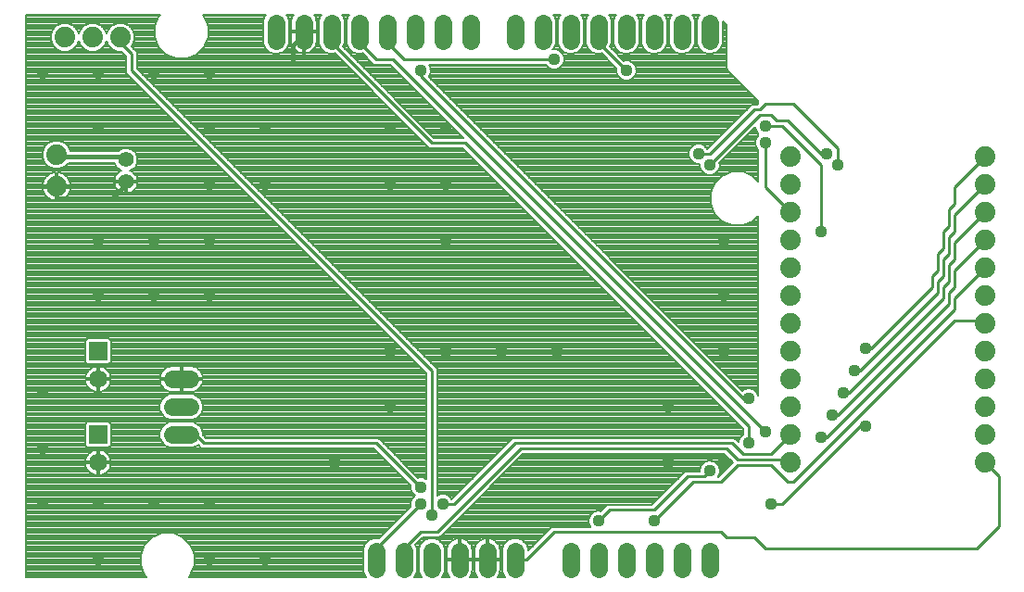
<source format=gbl>
G75*
G70*
%OFA0B0*%
%FSLAX24Y24*%
%IPPOS*%
%LPD*%
%AMOC8*
5,1,8,0,0,1.08239X$1,22.5*
%
%ADD10C,0.0640*%
%ADD11C,0.0740*%
%ADD12R,0.0650X0.0650*%
%ADD13C,0.0650*%
%ADD14C,0.0560*%
%ADD15C,0.0100*%
%ADD16C,0.0440*%
%ADD17C,0.0080*%
%ADD18C,0.0160*%
D10*
X005980Y005825D02*
X006620Y005825D01*
X006620Y006825D02*
X005980Y006825D01*
X005980Y007825D02*
X006620Y007825D01*
X013300Y001645D02*
X013300Y001005D01*
X014300Y001005D02*
X014300Y001645D01*
X015300Y001645D02*
X015300Y001005D01*
X016300Y001005D02*
X016300Y001645D01*
X017300Y001645D02*
X017300Y001005D01*
X018300Y001005D02*
X018300Y001645D01*
X020300Y001645D02*
X020300Y001005D01*
X021300Y001005D02*
X021300Y001645D01*
X022300Y001645D02*
X022300Y001005D01*
X023300Y001005D02*
X023300Y001645D01*
X024300Y001645D02*
X024300Y001005D01*
X025300Y001005D02*
X025300Y001645D01*
X025300Y020005D02*
X025300Y020645D01*
X024300Y020645D02*
X024300Y020005D01*
X023300Y020005D02*
X023300Y020645D01*
X022300Y020645D02*
X022300Y020005D01*
X021300Y020005D02*
X021300Y020645D01*
X020300Y020645D02*
X020300Y020005D01*
X019300Y020005D02*
X019300Y020645D01*
X018300Y020645D02*
X018300Y020005D01*
X016700Y020005D02*
X016700Y020645D01*
X015700Y020645D02*
X015700Y020005D01*
X014700Y020005D02*
X014700Y020645D01*
X013700Y020645D02*
X013700Y020005D01*
X012700Y020005D02*
X012700Y020645D01*
X011700Y020645D02*
X011700Y020005D01*
X010700Y020005D02*
X010700Y020645D01*
X009700Y020645D02*
X009700Y020005D01*
D11*
X004100Y020125D03*
X003100Y020125D03*
X002100Y020125D03*
X001800Y015895D03*
X001800Y014755D03*
X028200Y014825D03*
X028200Y013825D03*
X028200Y012825D03*
X028200Y011825D03*
X028200Y010825D03*
X028200Y009825D03*
X028200Y008825D03*
X028200Y007825D03*
X028200Y006825D03*
X028200Y005825D03*
X028200Y004825D03*
X035200Y004825D03*
X035200Y005825D03*
X035200Y006825D03*
X035200Y007825D03*
X035200Y008825D03*
X035200Y009825D03*
X035200Y010825D03*
X035200Y011825D03*
X035200Y012825D03*
X035200Y013825D03*
X035200Y014825D03*
X035200Y015825D03*
X028200Y015825D03*
D12*
X003300Y008825D03*
X003300Y005825D03*
D13*
X003300Y004825D03*
X003300Y007825D03*
D14*
X004300Y014931D03*
X004300Y015719D03*
D15*
X004500Y018925D02*
X004500Y019525D01*
X004100Y019925D01*
X004100Y020125D01*
X004500Y018925D02*
X015300Y008125D01*
X015300Y002925D01*
X014900Y003325D02*
X013300Y001725D01*
X013300Y001325D01*
X014300Y001325D02*
X014300Y001725D01*
X014900Y002325D01*
X015500Y002325D01*
X018500Y005325D01*
X025900Y005325D01*
X026300Y004925D01*
X028100Y004925D01*
X028200Y004825D01*
X027500Y004725D02*
X026300Y004725D01*
X025700Y004125D01*
X024700Y004125D01*
X023300Y002725D01*
X023300Y003125D02*
X021700Y003125D01*
X021300Y002725D01*
X019700Y002325D02*
X018700Y001325D01*
X018300Y001325D01*
X019700Y002325D02*
X025700Y002325D01*
X025900Y002125D01*
X026900Y002125D01*
X027300Y001725D01*
X034900Y001725D01*
X035700Y002525D01*
X035700Y004325D01*
X035200Y004825D01*
X030900Y006125D02*
X030700Y006125D01*
X027900Y003325D01*
X027500Y003325D01*
X028100Y004125D02*
X027500Y004725D01*
X027500Y005125D02*
X026500Y005125D01*
X026100Y005525D01*
X018300Y005525D01*
X016100Y003325D01*
X015700Y003325D01*
X014900Y003925D02*
X013300Y005525D01*
X007100Y005525D01*
X006900Y005725D01*
X006300Y005725D01*
X006300Y005825D01*
X023300Y003125D02*
X024500Y004325D01*
X025100Y004325D01*
X025300Y004525D01*
X026700Y005525D02*
X026700Y006125D01*
X016500Y016325D01*
X015300Y016325D01*
X011700Y019925D01*
X011700Y020325D01*
X012700Y020325D02*
X012700Y019925D01*
X013300Y019325D01*
X013900Y019325D01*
X027300Y005925D01*
X027500Y005125D02*
X028200Y005825D01*
X029300Y005725D02*
X029500Y005725D01*
X034100Y010325D01*
X034100Y010725D01*
X035200Y011825D01*
X035200Y012825D02*
X034100Y011725D01*
X034100Y011125D01*
X033900Y010925D01*
X033900Y010525D01*
X029900Y006525D01*
X029700Y006525D01*
X030100Y007325D02*
X030300Y007325D01*
X033700Y010725D01*
X033700Y011125D01*
X033900Y011325D01*
X033900Y011925D01*
X034100Y012125D01*
X034100Y012725D01*
X035200Y013825D01*
X035200Y014825D02*
X034100Y013725D01*
X034100Y013125D01*
X033900Y012925D01*
X033900Y012325D01*
X033700Y012125D01*
X033700Y011525D01*
X033500Y011325D01*
X033500Y010925D01*
X030700Y008125D01*
X030500Y008125D01*
X030900Y008925D02*
X031100Y008925D01*
X033300Y011125D01*
X033300Y011525D01*
X033500Y011725D01*
X033500Y012325D01*
X033700Y012525D01*
X033700Y013125D01*
X033900Y013325D01*
X033900Y013925D01*
X034100Y014125D01*
X034100Y014725D01*
X035200Y015825D01*
X029900Y016125D02*
X029900Y015525D01*
X029500Y015925D02*
X029300Y015925D01*
X028100Y017125D01*
X027700Y017125D01*
X027500Y017325D01*
X027100Y017325D01*
X025300Y015525D01*
X025300Y015925D02*
X024900Y015925D01*
X025300Y015925D02*
X026900Y017525D01*
X027100Y017525D01*
X027300Y017725D01*
X028300Y017725D01*
X029900Y016125D01*
X029300Y015525D02*
X027900Y016925D01*
X027300Y016925D01*
X027300Y016325D02*
X027300Y014725D01*
X028200Y013825D01*
X029300Y013125D02*
X029300Y015525D01*
X022300Y018925D02*
X021300Y019925D01*
X021300Y020325D01*
X019700Y019325D02*
X014300Y019325D01*
X013700Y019925D01*
X013700Y020325D01*
X014900Y018925D02*
X014900Y018725D01*
X026500Y007125D01*
X026700Y007125D01*
X028100Y004125D02*
X028300Y004125D01*
X034100Y009925D01*
X035100Y009925D01*
X035200Y009825D01*
D16*
X030900Y008925D03*
X030500Y008125D03*
X030100Y007325D03*
X029700Y006525D03*
X029300Y005725D03*
X030900Y006125D03*
X027300Y005925D03*
X026700Y005525D03*
X025800Y004825D03*
X025300Y004525D03*
X023800Y004825D03*
X023300Y002725D03*
X021300Y002725D03*
X015700Y003325D03*
X015300Y002925D03*
X014900Y003325D03*
X014900Y003925D03*
X011800Y004825D03*
X013800Y006825D03*
X013800Y008825D03*
X015800Y008825D03*
X017800Y008825D03*
X019800Y008825D03*
X023800Y006825D03*
X026700Y007125D03*
X025800Y008825D03*
X025800Y010825D03*
X025800Y012825D03*
X029300Y013125D03*
X029900Y015525D03*
X029500Y015925D03*
X027300Y016325D03*
X027300Y016925D03*
X024900Y015925D03*
X025300Y015525D03*
X022300Y018925D03*
X019700Y019325D03*
X015800Y016825D03*
X013800Y016825D03*
X013800Y014825D03*
X015800Y014825D03*
X015800Y012825D03*
X009300Y014825D03*
X007300Y014825D03*
X007300Y012825D03*
X005300Y012825D03*
X003300Y012825D03*
X003300Y010825D03*
X005300Y010825D03*
X007300Y010825D03*
X001300Y007325D03*
X001300Y005325D03*
X001300Y003325D03*
X003300Y003325D03*
X005300Y003325D03*
X007300Y003325D03*
X007300Y001325D03*
X009300Y001325D03*
X003300Y001325D03*
X027500Y003325D03*
X009300Y016825D03*
X007300Y016825D03*
X007300Y018825D03*
X005300Y018825D03*
X003300Y018825D03*
X001300Y018825D03*
X003300Y016825D03*
X014900Y018925D03*
D17*
X000690Y020935D02*
X000690Y000715D01*
X005038Y000715D01*
X004978Y000776D01*
X004830Y001132D01*
X004830Y001518D01*
X004978Y001874D01*
X005251Y002147D01*
X005607Y002295D01*
X005993Y002295D01*
X006349Y002147D01*
X006622Y001874D01*
X006770Y001518D01*
X006770Y001132D01*
X006622Y000776D01*
X006562Y000715D01*
X012939Y000715D01*
X012910Y000744D01*
X012840Y000913D01*
X012840Y001736D01*
X012910Y001906D01*
X013039Y002035D01*
X013208Y002105D01*
X013391Y002105D01*
X013405Y002099D01*
X014546Y003239D01*
X014540Y003253D01*
X014540Y003397D01*
X014595Y003529D01*
X014691Y003625D01*
X014595Y003721D01*
X014540Y003853D01*
X014540Y003997D01*
X014546Y004011D01*
X013221Y005335D01*
X007021Y005335D01*
X006901Y005455D01*
X006881Y005435D01*
X006711Y005365D01*
X005888Y005365D01*
X005719Y005435D01*
X005590Y005564D01*
X005520Y005733D01*
X005520Y005916D01*
X005590Y006086D01*
X005719Y006215D01*
X005888Y006285D01*
X006711Y006285D01*
X006881Y006215D01*
X007010Y006086D01*
X007080Y005916D01*
X007080Y005814D01*
X007090Y005804D01*
X007179Y005715D01*
X013379Y005715D01*
X013490Y005604D01*
X014814Y004279D01*
X014828Y004285D01*
X014972Y004285D01*
X015104Y004230D01*
X015110Y004224D01*
X015110Y008046D01*
X004421Y018735D01*
X004310Y018846D01*
X004310Y019446D01*
X004141Y019615D01*
X003999Y019615D01*
X003811Y019693D01*
X003668Y019836D01*
X003600Y019999D01*
X003532Y019836D01*
X003389Y019693D01*
X003201Y019615D01*
X002999Y019615D01*
X002811Y019693D01*
X002668Y019836D01*
X002600Y019999D01*
X002532Y019836D01*
X002389Y019693D01*
X002201Y019615D01*
X001999Y019615D01*
X001811Y019693D01*
X001668Y019836D01*
X001590Y020024D01*
X001590Y020226D01*
X001668Y020414D01*
X001811Y020557D01*
X001999Y020635D01*
X002201Y020635D01*
X002389Y020557D01*
X002532Y020414D01*
X002600Y020251D01*
X002668Y020414D01*
X002811Y020557D01*
X002999Y020635D01*
X003201Y020635D01*
X003389Y020557D01*
X003532Y020414D01*
X003600Y020251D01*
X003668Y020414D01*
X003811Y020557D01*
X003999Y020635D01*
X004201Y020635D01*
X004389Y020557D01*
X004532Y020414D01*
X004610Y020226D01*
X004610Y020024D01*
X004532Y019836D01*
X004495Y019799D01*
X004690Y019604D01*
X004690Y019004D01*
X015490Y008204D01*
X015490Y003624D01*
X015496Y003630D01*
X015628Y003685D01*
X015772Y003685D01*
X015904Y003630D01*
X016005Y003529D01*
X016011Y003515D01*
X016021Y003515D01*
X018221Y005715D01*
X026179Y005715D01*
X026290Y005604D01*
X026340Y005554D01*
X026340Y005597D01*
X026395Y005729D01*
X026496Y005830D01*
X026510Y005836D01*
X026510Y006046D01*
X016421Y016135D01*
X015221Y016135D01*
X011806Y019551D01*
X011791Y019545D01*
X011608Y019545D01*
X011439Y019615D01*
X011310Y019744D01*
X011240Y019913D01*
X011240Y020736D01*
X011310Y020906D01*
X011339Y020935D01*
X011058Y020935D01*
X011093Y020886D01*
X011126Y020822D01*
X011149Y020753D01*
X011160Y020681D01*
X011160Y020365D01*
X010740Y020365D01*
X010740Y020285D01*
X011160Y020285D01*
X011160Y019969D01*
X011149Y019897D01*
X011126Y019828D01*
X011093Y019764D01*
X011051Y019705D01*
X011000Y019654D01*
X010941Y019612D01*
X010877Y019579D01*
X010808Y019556D01*
X010740Y019546D01*
X010740Y020285D01*
X010660Y020285D01*
X010660Y019546D01*
X010592Y019556D01*
X010523Y019579D01*
X010459Y019612D01*
X010400Y019654D01*
X010349Y019705D01*
X010307Y019764D01*
X010274Y019828D01*
X010251Y019897D01*
X010240Y019969D01*
X010240Y020285D01*
X010660Y020285D01*
X010660Y020365D01*
X010240Y020365D01*
X010240Y020681D01*
X010251Y020753D01*
X010274Y020822D01*
X010307Y020886D01*
X010342Y020935D01*
X010061Y020935D01*
X010090Y020906D01*
X010160Y020736D01*
X010160Y019913D01*
X010090Y019744D01*
X009961Y019615D01*
X009791Y019545D01*
X009608Y019545D01*
X009439Y019615D01*
X009310Y019744D01*
X009240Y019913D01*
X009240Y020736D01*
X009310Y020906D01*
X009339Y020935D01*
X007062Y020935D01*
X007122Y020874D01*
X007270Y020518D01*
X007270Y020132D01*
X007122Y019776D01*
X006849Y019503D01*
X006493Y019355D01*
X006107Y019355D01*
X005751Y019503D01*
X005478Y019776D01*
X005330Y020132D01*
X005330Y020518D01*
X005478Y020874D01*
X005538Y020935D01*
X000690Y020935D01*
X000690Y020892D02*
X005495Y020892D01*
X005453Y020814D02*
X000690Y020814D01*
X000690Y020735D02*
X005420Y020735D01*
X005388Y020657D02*
X000690Y020657D01*
X000690Y020578D02*
X001861Y020578D01*
X001753Y020500D02*
X000690Y020500D01*
X000690Y020421D02*
X001675Y020421D01*
X001638Y020343D02*
X000690Y020343D01*
X000690Y020264D02*
X001606Y020264D01*
X001590Y020186D02*
X000690Y020186D01*
X000690Y020107D02*
X001590Y020107D01*
X001590Y020029D02*
X000690Y020029D01*
X000690Y019950D02*
X001620Y019950D01*
X001653Y019872D02*
X000690Y019872D01*
X000690Y019793D02*
X001711Y019793D01*
X001789Y019715D02*
X000690Y019715D01*
X000690Y019636D02*
X001948Y019636D01*
X002252Y019636D02*
X002948Y019636D01*
X002789Y019715D02*
X002411Y019715D01*
X002489Y019793D02*
X002711Y019793D01*
X002653Y019872D02*
X002547Y019872D01*
X002580Y019950D02*
X002620Y019950D01*
X002606Y020264D02*
X002594Y020264D01*
X002562Y020343D02*
X002638Y020343D01*
X002675Y020421D02*
X002525Y020421D01*
X002447Y020500D02*
X002753Y020500D01*
X002861Y020578D02*
X002339Y020578D01*
X003339Y020578D02*
X003861Y020578D01*
X003753Y020500D02*
X003447Y020500D01*
X003525Y020421D02*
X003675Y020421D01*
X003638Y020343D02*
X003562Y020343D01*
X003594Y020264D02*
X003606Y020264D01*
X004339Y020578D02*
X005355Y020578D01*
X005330Y020500D02*
X004447Y020500D01*
X004525Y020421D02*
X005330Y020421D01*
X005330Y020343D02*
X004562Y020343D01*
X004594Y020264D02*
X005330Y020264D01*
X005330Y020186D02*
X004610Y020186D01*
X004610Y020107D02*
X005340Y020107D01*
X005373Y020029D02*
X004610Y020029D01*
X004580Y019950D02*
X005405Y019950D01*
X005438Y019872D02*
X004547Y019872D01*
X004501Y019793D02*
X005470Y019793D01*
X005539Y019715D02*
X004579Y019715D01*
X004658Y019636D02*
X005617Y019636D01*
X005696Y019558D02*
X004690Y019558D01*
X004690Y019479D02*
X005808Y019479D01*
X005997Y019401D02*
X004690Y019401D01*
X004690Y019322D02*
X012034Y019322D01*
X011956Y019401D02*
X006603Y019401D01*
X006792Y019479D02*
X011877Y019479D01*
X011578Y019558D02*
X010812Y019558D01*
X010740Y019558D02*
X010660Y019558D01*
X010588Y019558D02*
X009822Y019558D01*
X009982Y019636D02*
X010425Y019636D01*
X010342Y019715D02*
X010060Y019715D01*
X010110Y019793D02*
X010292Y019793D01*
X010260Y019872D02*
X010143Y019872D01*
X010160Y019950D02*
X010243Y019950D01*
X010240Y020029D02*
X010160Y020029D01*
X010160Y020107D02*
X010240Y020107D01*
X010240Y020186D02*
X010160Y020186D01*
X010160Y020264D02*
X010240Y020264D01*
X010160Y020343D02*
X010660Y020343D01*
X010660Y020264D02*
X010740Y020264D01*
X010740Y020186D02*
X010660Y020186D01*
X010660Y020107D02*
X010740Y020107D01*
X010740Y020029D02*
X010660Y020029D01*
X010660Y019950D02*
X010740Y019950D01*
X010740Y019872D02*
X010660Y019872D01*
X010660Y019793D02*
X010740Y019793D01*
X010740Y019715D02*
X010660Y019715D01*
X010660Y019636D02*
X010740Y019636D01*
X010975Y019636D02*
X011418Y019636D01*
X011340Y019715D02*
X011058Y019715D01*
X011108Y019793D02*
X011290Y019793D01*
X011257Y019872D02*
X011140Y019872D01*
X011157Y019950D02*
X011240Y019950D01*
X011240Y020029D02*
X011160Y020029D01*
X011160Y020107D02*
X011240Y020107D01*
X011240Y020186D02*
X011160Y020186D01*
X011160Y020264D02*
X011240Y020264D01*
X011240Y020343D02*
X010740Y020343D01*
X011160Y020421D02*
X011240Y020421D01*
X011240Y020500D02*
X011160Y020500D01*
X011160Y020578D02*
X011240Y020578D01*
X011240Y020657D02*
X011160Y020657D01*
X011151Y020735D02*
X011240Y020735D01*
X011272Y020814D02*
X011129Y020814D01*
X011089Y020892D02*
X011304Y020892D01*
X012061Y020935D02*
X012339Y020935D01*
X012310Y020906D01*
X012240Y020736D01*
X012240Y019913D01*
X012310Y019744D01*
X012439Y019615D01*
X012608Y019545D01*
X012791Y019545D01*
X012806Y019551D01*
X013221Y019135D01*
X013821Y019135D01*
X016441Y016515D01*
X015379Y016515D01*
X012107Y019786D01*
X012160Y019913D01*
X012160Y020736D01*
X012090Y020906D01*
X012061Y020935D01*
X012096Y020892D02*
X012304Y020892D01*
X012272Y020814D02*
X012128Y020814D01*
X012160Y020735D02*
X012240Y020735D01*
X012240Y020657D02*
X012160Y020657D01*
X012160Y020578D02*
X012240Y020578D01*
X012240Y020500D02*
X012160Y020500D01*
X012160Y020421D02*
X012240Y020421D01*
X012240Y020343D02*
X012160Y020343D01*
X012160Y020264D02*
X012240Y020264D01*
X012240Y020186D02*
X012160Y020186D01*
X012160Y020107D02*
X012240Y020107D01*
X012240Y020029D02*
X012160Y020029D01*
X012160Y019950D02*
X012240Y019950D01*
X012257Y019872D02*
X012143Y019872D01*
X012110Y019793D02*
X012290Y019793D01*
X012340Y019715D02*
X012179Y019715D01*
X012258Y019636D02*
X012418Y019636D01*
X012336Y019558D02*
X012578Y019558D01*
X012493Y019401D02*
X012956Y019401D01*
X012877Y019479D02*
X012415Y019479D01*
X012572Y019322D02*
X013034Y019322D01*
X013113Y019244D02*
X012650Y019244D01*
X012729Y019165D02*
X013191Y019165D01*
X012964Y018930D02*
X014027Y018930D01*
X013948Y019008D02*
X012886Y019008D01*
X012807Y019087D02*
X013870Y019087D01*
X014105Y018851D02*
X013043Y018851D01*
X013121Y018773D02*
X014184Y018773D01*
X014262Y018694D02*
X013200Y018694D01*
X013278Y018616D02*
X014341Y018616D01*
X014419Y018537D02*
X013357Y018537D01*
X013435Y018459D02*
X014498Y018459D01*
X014576Y018380D02*
X013514Y018380D01*
X013592Y018302D02*
X014655Y018302D01*
X014733Y018223D02*
X013671Y018223D01*
X013749Y018145D02*
X014812Y018145D01*
X014890Y018066D02*
X013828Y018066D01*
X013906Y017988D02*
X014969Y017988D01*
X015047Y017909D02*
X013985Y017909D01*
X014063Y017831D02*
X015126Y017831D01*
X015204Y017752D02*
X014142Y017752D01*
X014220Y017674D02*
X015283Y017674D01*
X015361Y017595D02*
X014299Y017595D01*
X014377Y017517D02*
X015440Y017517D01*
X015518Y017438D02*
X014456Y017438D01*
X014534Y017360D02*
X015597Y017360D01*
X015675Y017281D02*
X014613Y017281D01*
X014691Y017203D02*
X015754Y017203D01*
X015832Y017124D02*
X014770Y017124D01*
X014848Y017046D02*
X015911Y017046D01*
X015989Y016967D02*
X014927Y016967D01*
X015005Y016889D02*
X016068Y016889D01*
X016146Y016810D02*
X015084Y016810D01*
X015162Y016732D02*
X016225Y016732D01*
X016303Y016653D02*
X015241Y016653D01*
X015319Y016575D02*
X016382Y016575D01*
X017005Y016889D02*
X025995Y016889D01*
X026073Y016967D02*
X016927Y016967D01*
X016848Y017046D02*
X026152Y017046D01*
X026230Y017124D02*
X016770Y017124D01*
X016691Y017203D02*
X026309Y017203D01*
X026387Y017281D02*
X016613Y017281D01*
X016534Y017360D02*
X026466Y017360D01*
X026544Y017438D02*
X016456Y017438D01*
X016377Y017517D02*
X026623Y017517D01*
X026701Y017595D02*
X016299Y017595D01*
X016220Y017674D02*
X026780Y017674D01*
X026821Y017715D02*
X025221Y016115D01*
X025211Y016115D01*
X025205Y016129D01*
X025104Y016230D01*
X024972Y016285D01*
X024828Y016285D01*
X024696Y016230D01*
X024595Y016129D01*
X024540Y015997D01*
X024540Y015853D01*
X024595Y015721D01*
X024696Y015620D01*
X024828Y015565D01*
X024940Y015565D01*
X024940Y015453D01*
X024995Y015321D01*
X025096Y015220D01*
X025228Y015165D01*
X025372Y015165D01*
X025504Y015220D01*
X025605Y015321D01*
X025660Y015453D01*
X025660Y015597D01*
X025654Y015611D01*
X026940Y016896D01*
X026940Y016853D01*
X026995Y016721D01*
X027050Y016666D01*
X027050Y016584D01*
X026995Y016529D01*
X026940Y016397D01*
X026940Y016253D01*
X026995Y016121D01*
X027050Y016066D01*
X027050Y014947D01*
X026849Y015147D01*
X026493Y015295D01*
X026107Y015295D01*
X025751Y015147D01*
X025478Y014874D01*
X025330Y014518D01*
X025330Y014132D01*
X025478Y013776D01*
X025751Y013503D01*
X026107Y013355D01*
X026493Y013355D01*
X026849Y013503D01*
X027050Y013703D01*
X027050Y007221D01*
X027005Y007329D01*
X026904Y007430D01*
X026772Y007485D01*
X026628Y007485D01*
X026496Y007430D01*
X026480Y007414D01*
X015189Y018705D01*
X015205Y018721D01*
X015260Y018853D01*
X015260Y018997D01*
X015205Y019129D01*
X015199Y019135D01*
X019389Y019135D01*
X019395Y019121D01*
X019496Y019020D01*
X019628Y018965D01*
X019772Y018965D01*
X019904Y019020D01*
X020005Y019121D01*
X020060Y019253D01*
X020060Y019397D01*
X020005Y019529D01*
X019904Y019630D01*
X019772Y019685D01*
X019631Y019685D01*
X019690Y019744D01*
X019760Y019913D01*
X019760Y020736D01*
X019690Y020906D01*
X019661Y020935D01*
X019939Y020935D01*
X019910Y020906D01*
X019840Y020736D01*
X019840Y019913D01*
X019910Y019744D01*
X020039Y019615D01*
X020208Y019545D01*
X020391Y019545D01*
X020561Y019615D01*
X020690Y019744D01*
X020760Y019913D01*
X020760Y020736D01*
X020690Y020906D01*
X020661Y020935D01*
X020939Y020935D01*
X020910Y020906D01*
X020840Y020736D01*
X020840Y019913D01*
X020910Y019744D01*
X021039Y019615D01*
X021208Y019545D01*
X021391Y019545D01*
X021406Y019551D01*
X021946Y019011D01*
X021940Y018997D01*
X021940Y018853D01*
X021995Y018721D01*
X022096Y018620D01*
X022228Y018565D01*
X022372Y018565D01*
X022504Y018620D01*
X022605Y018721D01*
X022660Y018853D01*
X022660Y018997D01*
X022605Y019129D01*
X022504Y019230D01*
X022372Y019285D01*
X022228Y019285D01*
X022214Y019279D01*
X021707Y019786D01*
X021760Y019913D01*
X021760Y020736D01*
X021690Y020906D01*
X021661Y020935D01*
X021939Y020935D01*
X021910Y020906D01*
X021840Y020736D01*
X021840Y019913D01*
X021910Y019744D01*
X022039Y019615D01*
X022208Y019545D01*
X022391Y019545D01*
X022561Y019615D01*
X022690Y019744D01*
X022760Y019913D01*
X022760Y020736D01*
X022690Y020906D01*
X022661Y020935D01*
X022939Y020935D01*
X022910Y020906D01*
X022840Y020736D01*
X022840Y019913D01*
X022910Y019744D01*
X023039Y019615D01*
X023208Y019545D01*
X023391Y019545D01*
X023561Y019615D01*
X023690Y019744D01*
X023760Y019913D01*
X023760Y020736D01*
X023690Y020906D01*
X023661Y020935D01*
X023939Y020935D01*
X023910Y020906D01*
X023840Y020736D01*
X023840Y019913D01*
X023910Y019744D01*
X024039Y019615D01*
X024208Y019545D01*
X024391Y019545D01*
X024561Y019615D01*
X024690Y019744D01*
X024760Y019913D01*
X024760Y020736D01*
X024690Y020906D01*
X024661Y020935D01*
X024939Y020935D01*
X024910Y020906D01*
X024840Y020736D01*
X024840Y019913D01*
X024910Y019744D01*
X025039Y019615D01*
X025208Y019545D01*
X025391Y019545D01*
X025561Y019615D01*
X025690Y019744D01*
X025760Y019913D01*
X025760Y020713D01*
X025910Y020563D01*
X025910Y019047D01*
X025969Y018904D01*
X026079Y018794D01*
X026969Y017904D01*
X027050Y017823D01*
X027050Y017744D01*
X027021Y017715D01*
X026821Y017715D01*
X027050Y017752D02*
X016142Y017752D01*
X016063Y017831D02*
X027043Y017831D01*
X026969Y017904D02*
X026969Y017904D01*
X026964Y017909D02*
X015985Y017909D01*
X015906Y017988D02*
X026886Y017988D01*
X026807Y018066D02*
X015828Y018066D01*
X015749Y018145D02*
X026729Y018145D01*
X026650Y018223D02*
X015671Y018223D01*
X015592Y018302D02*
X026572Y018302D01*
X026493Y018380D02*
X015514Y018380D01*
X015435Y018459D02*
X026415Y018459D01*
X026336Y018537D02*
X015357Y018537D01*
X015278Y018616D02*
X022106Y018616D01*
X022022Y018694D02*
X015200Y018694D01*
X015227Y018773D02*
X021973Y018773D01*
X021941Y018851D02*
X015259Y018851D01*
X015260Y018930D02*
X021940Y018930D01*
X021945Y019008D02*
X019876Y019008D01*
X019971Y019087D02*
X021870Y019087D01*
X021791Y019165D02*
X020023Y019165D01*
X020056Y019244D02*
X021713Y019244D01*
X021634Y019322D02*
X020060Y019322D01*
X020058Y019401D02*
X021556Y019401D01*
X021477Y019479D02*
X020026Y019479D01*
X019977Y019558D02*
X020178Y019558D01*
X020018Y019636D02*
X019890Y019636D01*
X019940Y019715D02*
X019660Y019715D01*
X019710Y019793D02*
X019890Y019793D01*
X019857Y019872D02*
X019743Y019872D01*
X019760Y019950D02*
X019840Y019950D01*
X019840Y020029D02*
X019760Y020029D01*
X019760Y020107D02*
X019840Y020107D01*
X019840Y020186D02*
X019760Y020186D01*
X019760Y020264D02*
X019840Y020264D01*
X019840Y020343D02*
X019760Y020343D01*
X019760Y020421D02*
X019840Y020421D01*
X019840Y020500D02*
X019760Y020500D01*
X019760Y020578D02*
X019840Y020578D01*
X019840Y020657D02*
X019760Y020657D01*
X019760Y020735D02*
X019840Y020735D01*
X019872Y020814D02*
X019728Y020814D01*
X019696Y020892D02*
X019904Y020892D01*
X020696Y020892D02*
X020904Y020892D01*
X020872Y020814D02*
X020728Y020814D01*
X020760Y020735D02*
X020840Y020735D01*
X020840Y020657D02*
X020760Y020657D01*
X020760Y020578D02*
X020840Y020578D01*
X020840Y020500D02*
X020760Y020500D01*
X020760Y020421D02*
X020840Y020421D01*
X020840Y020343D02*
X020760Y020343D01*
X020760Y020264D02*
X020840Y020264D01*
X020840Y020186D02*
X020760Y020186D01*
X020760Y020107D02*
X020840Y020107D01*
X020840Y020029D02*
X020760Y020029D01*
X020760Y019950D02*
X020840Y019950D01*
X020857Y019872D02*
X020743Y019872D01*
X020710Y019793D02*
X020890Y019793D01*
X020940Y019715D02*
X020660Y019715D01*
X020582Y019636D02*
X021018Y019636D01*
X021178Y019558D02*
X020422Y019558D01*
X019524Y019008D02*
X015255Y019008D01*
X015223Y019087D02*
X019429Y019087D01*
X021710Y019793D02*
X021890Y019793D01*
X021857Y019872D02*
X021743Y019872D01*
X021760Y019950D02*
X021840Y019950D01*
X021840Y020029D02*
X021760Y020029D01*
X021760Y020107D02*
X021840Y020107D01*
X021840Y020186D02*
X021760Y020186D01*
X021760Y020264D02*
X021840Y020264D01*
X021840Y020343D02*
X021760Y020343D01*
X021760Y020421D02*
X021840Y020421D01*
X021840Y020500D02*
X021760Y020500D01*
X021760Y020578D02*
X021840Y020578D01*
X021840Y020657D02*
X021760Y020657D01*
X021760Y020735D02*
X021840Y020735D01*
X021872Y020814D02*
X021728Y020814D01*
X021696Y020892D02*
X021904Y020892D01*
X022696Y020892D02*
X022904Y020892D01*
X022872Y020814D02*
X022728Y020814D01*
X022760Y020735D02*
X022840Y020735D01*
X022840Y020657D02*
X022760Y020657D01*
X022760Y020578D02*
X022840Y020578D01*
X022840Y020500D02*
X022760Y020500D01*
X022760Y020421D02*
X022840Y020421D01*
X022840Y020343D02*
X022760Y020343D01*
X022760Y020264D02*
X022840Y020264D01*
X022840Y020186D02*
X022760Y020186D01*
X022760Y020107D02*
X022840Y020107D01*
X022840Y020029D02*
X022760Y020029D01*
X022760Y019950D02*
X022840Y019950D01*
X022857Y019872D02*
X022743Y019872D01*
X022710Y019793D02*
X022890Y019793D01*
X022940Y019715D02*
X022660Y019715D01*
X022582Y019636D02*
X023018Y019636D01*
X023178Y019558D02*
X022422Y019558D01*
X022178Y019558D02*
X021936Y019558D01*
X021858Y019636D02*
X022018Y019636D01*
X021940Y019715D02*
X021779Y019715D01*
X022015Y019479D02*
X025910Y019479D01*
X025910Y019401D02*
X022093Y019401D01*
X022172Y019322D02*
X025910Y019322D01*
X025910Y019244D02*
X022472Y019244D01*
X022569Y019165D02*
X025910Y019165D01*
X025910Y019087D02*
X022623Y019087D01*
X022655Y019008D02*
X025926Y019008D01*
X025959Y018930D02*
X022660Y018930D01*
X022659Y018851D02*
X026022Y018851D01*
X026079Y018794D02*
X026079Y018794D01*
X026101Y018773D02*
X022627Y018773D01*
X022578Y018694D02*
X026179Y018694D01*
X026258Y018616D02*
X022494Y018616D01*
X023422Y019558D02*
X024178Y019558D01*
X024018Y019636D02*
X023582Y019636D01*
X023660Y019715D02*
X023940Y019715D01*
X023890Y019793D02*
X023710Y019793D01*
X023743Y019872D02*
X023857Y019872D01*
X023840Y019950D02*
X023760Y019950D01*
X023760Y020029D02*
X023840Y020029D01*
X023840Y020107D02*
X023760Y020107D01*
X023760Y020186D02*
X023840Y020186D01*
X023840Y020264D02*
X023760Y020264D01*
X023760Y020343D02*
X023840Y020343D01*
X023840Y020421D02*
X023760Y020421D01*
X023760Y020500D02*
X023840Y020500D01*
X023840Y020578D02*
X023760Y020578D01*
X023760Y020657D02*
X023840Y020657D01*
X023840Y020735D02*
X023760Y020735D01*
X023728Y020814D02*
X023872Y020814D01*
X023904Y020892D02*
X023696Y020892D01*
X024696Y020892D02*
X024904Y020892D01*
X024872Y020814D02*
X024728Y020814D01*
X024760Y020735D02*
X024840Y020735D01*
X024840Y020657D02*
X024760Y020657D01*
X024760Y020578D02*
X024840Y020578D01*
X024840Y020500D02*
X024760Y020500D01*
X024760Y020421D02*
X024840Y020421D01*
X024840Y020343D02*
X024760Y020343D01*
X024760Y020264D02*
X024840Y020264D01*
X024840Y020186D02*
X024760Y020186D01*
X024760Y020107D02*
X024840Y020107D01*
X024840Y020029D02*
X024760Y020029D01*
X024760Y019950D02*
X024840Y019950D01*
X024857Y019872D02*
X024743Y019872D01*
X024710Y019793D02*
X024890Y019793D01*
X024940Y019715D02*
X024660Y019715D01*
X024582Y019636D02*
X025018Y019636D01*
X025178Y019558D02*
X024422Y019558D01*
X025422Y019558D02*
X025910Y019558D01*
X025910Y019636D02*
X025582Y019636D01*
X025660Y019715D02*
X025910Y019715D01*
X025910Y019793D02*
X025710Y019793D01*
X025743Y019872D02*
X025910Y019872D01*
X025910Y019950D02*
X025760Y019950D01*
X025760Y020029D02*
X025910Y020029D01*
X025910Y020107D02*
X025760Y020107D01*
X025760Y020186D02*
X025910Y020186D01*
X025910Y020264D02*
X025760Y020264D01*
X025760Y020343D02*
X025910Y020343D01*
X025910Y020421D02*
X025760Y020421D01*
X025760Y020500D02*
X025910Y020500D01*
X025895Y020578D02*
X025760Y020578D01*
X025760Y020657D02*
X025817Y020657D01*
X025916Y016810D02*
X017084Y016810D01*
X017162Y016732D02*
X025838Y016732D01*
X025759Y016653D02*
X017241Y016653D01*
X017319Y016575D02*
X025681Y016575D01*
X025602Y016496D02*
X017398Y016496D01*
X017476Y016418D02*
X025524Y016418D01*
X025445Y016339D02*
X017555Y016339D01*
X017633Y016261D02*
X024769Y016261D01*
X024648Y016182D02*
X017712Y016182D01*
X017790Y016104D02*
X024584Y016104D01*
X024552Y016025D02*
X017869Y016025D01*
X017947Y015947D02*
X024540Y015947D01*
X024540Y015868D02*
X018026Y015868D01*
X018104Y015790D02*
X024566Y015790D01*
X024605Y015711D02*
X018183Y015711D01*
X018261Y015633D02*
X024683Y015633D01*
X024940Y015554D02*
X018340Y015554D01*
X018418Y015476D02*
X024940Y015476D01*
X024963Y015397D02*
X018497Y015397D01*
X018575Y015319D02*
X024997Y015319D01*
X025076Y015240D02*
X018654Y015240D01*
X018732Y015162D02*
X025785Y015162D01*
X025686Y015083D02*
X018811Y015083D01*
X018889Y015005D02*
X025608Y015005D01*
X025529Y014926D02*
X018968Y014926D01*
X019046Y014848D02*
X025467Y014848D01*
X025434Y014769D02*
X019125Y014769D01*
X019203Y014691D02*
X025402Y014691D01*
X025369Y014612D02*
X019282Y014612D01*
X019360Y014534D02*
X025337Y014534D01*
X025330Y014455D02*
X019439Y014455D01*
X019517Y014377D02*
X025330Y014377D01*
X025330Y014298D02*
X019596Y014298D01*
X019674Y014220D02*
X025330Y014220D01*
X025330Y014141D02*
X019753Y014141D01*
X019831Y014063D02*
X025359Y014063D01*
X025391Y013984D02*
X019910Y013984D01*
X019988Y013906D02*
X025424Y013906D01*
X025456Y013827D02*
X020067Y013827D01*
X020145Y013749D02*
X025505Y013749D01*
X025583Y013670D02*
X020224Y013670D01*
X020302Y013592D02*
X025662Y013592D01*
X025740Y013513D02*
X020381Y013513D01*
X020459Y013435D02*
X025915Y013435D01*
X026105Y013356D02*
X020538Y013356D01*
X020616Y013278D02*
X027050Y013278D01*
X027050Y013356D02*
X026495Y013356D01*
X026685Y013435D02*
X027050Y013435D01*
X027050Y013513D02*
X026860Y013513D01*
X026938Y013592D02*
X027050Y013592D01*
X027050Y013670D02*
X027017Y013670D01*
X027050Y013199D02*
X020695Y013199D01*
X020773Y013121D02*
X027050Y013121D01*
X027050Y013042D02*
X020852Y013042D01*
X020930Y012964D02*
X027050Y012964D01*
X027050Y012885D02*
X021009Y012885D01*
X021087Y012807D02*
X027050Y012807D01*
X027050Y012728D02*
X021166Y012728D01*
X021244Y012650D02*
X027050Y012650D01*
X027050Y012571D02*
X021323Y012571D01*
X021401Y012493D02*
X027050Y012493D01*
X027050Y012414D02*
X021480Y012414D01*
X021558Y012336D02*
X027050Y012336D01*
X027050Y012257D02*
X021637Y012257D01*
X021715Y012179D02*
X027050Y012179D01*
X027050Y012100D02*
X021794Y012100D01*
X021872Y012022D02*
X027050Y012022D01*
X027050Y011943D02*
X021951Y011943D01*
X022029Y011865D02*
X027050Y011865D01*
X027050Y011786D02*
X022108Y011786D01*
X022186Y011708D02*
X027050Y011708D01*
X027050Y011629D02*
X022265Y011629D01*
X022343Y011551D02*
X027050Y011551D01*
X027050Y011472D02*
X022422Y011472D01*
X022500Y011394D02*
X027050Y011394D01*
X027050Y011315D02*
X022579Y011315D01*
X022657Y011237D02*
X027050Y011237D01*
X027050Y011158D02*
X022736Y011158D01*
X022814Y011080D02*
X027050Y011080D01*
X027050Y011001D02*
X022893Y011001D01*
X022971Y010923D02*
X027050Y010923D01*
X027050Y010844D02*
X023050Y010844D01*
X023128Y010766D02*
X027050Y010766D01*
X027050Y010687D02*
X023207Y010687D01*
X023285Y010609D02*
X027050Y010609D01*
X027050Y010530D02*
X023364Y010530D01*
X023442Y010452D02*
X027050Y010452D01*
X027050Y010373D02*
X023521Y010373D01*
X023599Y010295D02*
X027050Y010295D01*
X027050Y010216D02*
X023678Y010216D01*
X023756Y010138D02*
X027050Y010138D01*
X027050Y010059D02*
X023835Y010059D01*
X023913Y009981D02*
X027050Y009981D01*
X027050Y009902D02*
X023992Y009902D01*
X024070Y009824D02*
X027050Y009824D01*
X027050Y009745D02*
X024149Y009745D01*
X024227Y009667D02*
X027050Y009667D01*
X027050Y009588D02*
X024306Y009588D01*
X024384Y009510D02*
X027050Y009510D01*
X027050Y009431D02*
X024463Y009431D01*
X024541Y009353D02*
X027050Y009353D01*
X027050Y009274D02*
X024620Y009274D01*
X024698Y009196D02*
X027050Y009196D01*
X027050Y009117D02*
X024777Y009117D01*
X024855Y009039D02*
X027050Y009039D01*
X027050Y008960D02*
X024934Y008960D01*
X025012Y008882D02*
X027050Y008882D01*
X027050Y008803D02*
X025091Y008803D01*
X025169Y008725D02*
X027050Y008725D01*
X027050Y008646D02*
X025248Y008646D01*
X025326Y008568D02*
X027050Y008568D01*
X027050Y008489D02*
X025405Y008489D01*
X025483Y008411D02*
X027050Y008411D01*
X027050Y008332D02*
X025562Y008332D01*
X025640Y008254D02*
X027050Y008254D01*
X027050Y008175D02*
X025719Y008175D01*
X025797Y008097D02*
X027050Y008097D01*
X027050Y008018D02*
X025876Y008018D01*
X025954Y007940D02*
X027050Y007940D01*
X027050Y007861D02*
X026033Y007861D01*
X026111Y007783D02*
X027050Y007783D01*
X027050Y007704D02*
X026190Y007704D01*
X026268Y007626D02*
X027050Y007626D01*
X027050Y007547D02*
X026347Y007547D01*
X026425Y007469D02*
X026589Y007469D01*
X026811Y007469D02*
X027050Y007469D01*
X027050Y007390D02*
X026944Y007390D01*
X027012Y007312D02*
X027050Y007312D01*
X027045Y007233D02*
X027050Y007233D01*
X026187Y006370D02*
X015490Y006370D01*
X015490Y006448D02*
X026108Y006448D01*
X026030Y006527D02*
X015490Y006527D01*
X015490Y006605D02*
X025951Y006605D01*
X025873Y006684D02*
X015490Y006684D01*
X015490Y006762D02*
X025794Y006762D01*
X025716Y006841D02*
X015490Y006841D01*
X015490Y006919D02*
X025637Y006919D01*
X025559Y006998D02*
X015490Y006998D01*
X015490Y007076D02*
X025480Y007076D01*
X025402Y007155D02*
X015490Y007155D01*
X015490Y007233D02*
X025323Y007233D01*
X025245Y007312D02*
X015490Y007312D01*
X015490Y007390D02*
X025166Y007390D01*
X025088Y007469D02*
X015490Y007469D01*
X015490Y007547D02*
X025009Y007547D01*
X024931Y007626D02*
X015490Y007626D01*
X015490Y007704D02*
X024852Y007704D01*
X024774Y007783D02*
X015490Y007783D01*
X015490Y007861D02*
X024695Y007861D01*
X024617Y007940D02*
X015490Y007940D01*
X015490Y008018D02*
X024538Y008018D01*
X024460Y008097D02*
X015490Y008097D01*
X015490Y008175D02*
X024381Y008175D01*
X024303Y008254D02*
X015440Y008254D01*
X015362Y008332D02*
X024224Y008332D01*
X024146Y008411D02*
X015283Y008411D01*
X015205Y008489D02*
X024067Y008489D01*
X023989Y008568D02*
X015126Y008568D01*
X015048Y008646D02*
X023910Y008646D01*
X023832Y008725D02*
X014969Y008725D01*
X014891Y008803D02*
X023753Y008803D01*
X023675Y008882D02*
X014812Y008882D01*
X014734Y008960D02*
X023596Y008960D01*
X023518Y009039D02*
X014655Y009039D01*
X014577Y009117D02*
X023439Y009117D01*
X023361Y009196D02*
X014498Y009196D01*
X014420Y009274D02*
X023282Y009274D01*
X023204Y009353D02*
X014341Y009353D01*
X014263Y009431D02*
X023125Y009431D01*
X023047Y009510D02*
X014184Y009510D01*
X014106Y009588D02*
X022968Y009588D01*
X022890Y009667D02*
X014027Y009667D01*
X013949Y009745D02*
X022811Y009745D01*
X022733Y009824D02*
X013870Y009824D01*
X013792Y009902D02*
X022654Y009902D01*
X022576Y009981D02*
X013713Y009981D01*
X013635Y010059D02*
X022497Y010059D01*
X022419Y010138D02*
X013556Y010138D01*
X013478Y010216D02*
X022340Y010216D01*
X022262Y010295D02*
X013399Y010295D01*
X013321Y010373D02*
X022183Y010373D01*
X022105Y010452D02*
X013242Y010452D01*
X013164Y010530D02*
X022026Y010530D01*
X021948Y010609D02*
X013085Y010609D01*
X013007Y010687D02*
X021869Y010687D01*
X021791Y010766D02*
X012928Y010766D01*
X012850Y010844D02*
X021712Y010844D01*
X021634Y010923D02*
X012771Y010923D01*
X012693Y011001D02*
X021555Y011001D01*
X021477Y011080D02*
X012614Y011080D01*
X012536Y011158D02*
X021398Y011158D01*
X021320Y011237D02*
X012457Y011237D01*
X012379Y011315D02*
X021241Y011315D01*
X021163Y011394D02*
X012300Y011394D01*
X012222Y011472D02*
X021084Y011472D01*
X021006Y011551D02*
X012143Y011551D01*
X012065Y011629D02*
X020927Y011629D01*
X020849Y011708D02*
X011986Y011708D01*
X011908Y011786D02*
X020770Y011786D01*
X020692Y011865D02*
X011829Y011865D01*
X011751Y011943D02*
X020613Y011943D01*
X020535Y012022D02*
X011672Y012022D01*
X011594Y012100D02*
X020456Y012100D01*
X020378Y012179D02*
X011515Y012179D01*
X011437Y012257D02*
X020299Y012257D01*
X020221Y012336D02*
X011358Y012336D01*
X011280Y012414D02*
X020142Y012414D01*
X020064Y012493D02*
X011201Y012493D01*
X011123Y012571D02*
X019985Y012571D01*
X019907Y012650D02*
X011044Y012650D01*
X010966Y012728D02*
X019828Y012728D01*
X019750Y012807D02*
X010887Y012807D01*
X010809Y012885D02*
X019671Y012885D01*
X019593Y012964D02*
X010730Y012964D01*
X010652Y013042D02*
X019514Y013042D01*
X019436Y013121D02*
X010573Y013121D01*
X010495Y013199D02*
X019357Y013199D01*
X019279Y013278D02*
X010416Y013278D01*
X010338Y013356D02*
X019200Y013356D01*
X019122Y013435D02*
X010259Y013435D01*
X010181Y013513D02*
X019043Y013513D01*
X018965Y013592D02*
X010102Y013592D01*
X010024Y013670D02*
X018886Y013670D01*
X018808Y013749D02*
X009945Y013749D01*
X009867Y013827D02*
X018729Y013827D01*
X018651Y013906D02*
X009788Y013906D01*
X009710Y013984D02*
X018572Y013984D01*
X018494Y014063D02*
X009631Y014063D01*
X009553Y014141D02*
X018415Y014141D01*
X018337Y014220D02*
X009474Y014220D01*
X009396Y014298D02*
X018258Y014298D01*
X018180Y014377D02*
X009317Y014377D01*
X009239Y014455D02*
X018101Y014455D01*
X018023Y014534D02*
X009160Y014534D01*
X009082Y014612D02*
X017944Y014612D01*
X017866Y014691D02*
X009003Y014691D01*
X008925Y014769D02*
X017787Y014769D01*
X017709Y014848D02*
X008846Y014848D01*
X008768Y014926D02*
X017630Y014926D01*
X017552Y015005D02*
X008689Y015005D01*
X008611Y015083D02*
X017473Y015083D01*
X017395Y015162D02*
X008532Y015162D01*
X008454Y015240D02*
X017316Y015240D01*
X017238Y015319D02*
X008375Y015319D01*
X008297Y015397D02*
X017159Y015397D01*
X017081Y015476D02*
X008218Y015476D01*
X008140Y015554D02*
X017002Y015554D01*
X016924Y015633D02*
X008061Y015633D01*
X007983Y015711D02*
X016845Y015711D01*
X016767Y015790D02*
X007904Y015790D01*
X007826Y015868D02*
X016688Y015868D01*
X016610Y015947D02*
X007747Y015947D01*
X007669Y016025D02*
X016531Y016025D01*
X016453Y016104D02*
X007590Y016104D01*
X007512Y016182D02*
X015174Y016182D01*
X015096Y016261D02*
X007433Y016261D01*
X007355Y016339D02*
X015017Y016339D01*
X014939Y016418D02*
X007276Y016418D01*
X007198Y016496D02*
X014860Y016496D01*
X014782Y016575D02*
X007119Y016575D01*
X007041Y016653D02*
X014703Y016653D01*
X014625Y016732D02*
X006962Y016732D01*
X006884Y016810D02*
X014546Y016810D01*
X014468Y016889D02*
X006805Y016889D01*
X006727Y016967D02*
X014389Y016967D01*
X014311Y017046D02*
X006648Y017046D01*
X006570Y017124D02*
X014232Y017124D01*
X014154Y017203D02*
X006491Y017203D01*
X006413Y017281D02*
X014075Y017281D01*
X013997Y017360D02*
X006334Y017360D01*
X006256Y017438D02*
X013918Y017438D01*
X013840Y017517D02*
X006177Y017517D01*
X006099Y017595D02*
X013761Y017595D01*
X013683Y017674D02*
X006020Y017674D01*
X005942Y017752D02*
X013604Y017752D01*
X013526Y017831D02*
X005863Y017831D01*
X005785Y017909D02*
X013447Y017909D01*
X013369Y017988D02*
X005706Y017988D01*
X005628Y018066D02*
X013290Y018066D01*
X013212Y018145D02*
X005549Y018145D01*
X005471Y018223D02*
X013133Y018223D01*
X013055Y018302D02*
X005392Y018302D01*
X005314Y018380D02*
X012976Y018380D01*
X012898Y018459D02*
X005235Y018459D01*
X005157Y018537D02*
X012819Y018537D01*
X012741Y018616D02*
X005078Y018616D01*
X005000Y018694D02*
X012662Y018694D01*
X012584Y018773D02*
X004921Y018773D01*
X004843Y018851D02*
X012505Y018851D01*
X012427Y018930D02*
X004764Y018930D01*
X004690Y019008D02*
X012348Y019008D01*
X012270Y019087D02*
X004690Y019087D01*
X004690Y019165D02*
X012191Y019165D01*
X012113Y019244D02*
X004690Y019244D01*
X004310Y019244D02*
X000690Y019244D01*
X000690Y019322D02*
X004310Y019322D01*
X004310Y019401D02*
X000690Y019401D01*
X000690Y019479D02*
X004277Y019479D01*
X004199Y019558D02*
X000690Y019558D01*
X000690Y019165D02*
X004310Y019165D01*
X004310Y019087D02*
X000690Y019087D01*
X000690Y019008D02*
X004310Y019008D01*
X004310Y018930D02*
X000690Y018930D01*
X000690Y018851D02*
X004310Y018851D01*
X004384Y018773D02*
X000690Y018773D01*
X000690Y018694D02*
X004462Y018694D01*
X004541Y018616D02*
X000690Y018616D01*
X000690Y018537D02*
X004619Y018537D01*
X004698Y018459D02*
X000690Y018459D01*
X000690Y018380D02*
X004776Y018380D01*
X004855Y018302D02*
X000690Y018302D01*
X000690Y018223D02*
X004933Y018223D01*
X005012Y018145D02*
X000690Y018145D01*
X000690Y018066D02*
X005090Y018066D01*
X005169Y017988D02*
X000690Y017988D01*
X000690Y017909D02*
X005247Y017909D01*
X005326Y017831D02*
X000690Y017831D01*
X000690Y017752D02*
X005404Y017752D01*
X005483Y017674D02*
X000690Y017674D01*
X000690Y017595D02*
X005561Y017595D01*
X005640Y017517D02*
X000690Y017517D01*
X000690Y017438D02*
X005718Y017438D01*
X005797Y017360D02*
X000690Y017360D01*
X000690Y017281D02*
X005875Y017281D01*
X005954Y017203D02*
X000690Y017203D01*
X000690Y017124D02*
X006032Y017124D01*
X006111Y017046D02*
X000690Y017046D01*
X000690Y016967D02*
X006189Y016967D01*
X006268Y016889D02*
X000690Y016889D01*
X000690Y016810D02*
X006346Y016810D01*
X006425Y016732D02*
X000690Y016732D01*
X000690Y016653D02*
X006503Y016653D01*
X006582Y016575D02*
X000690Y016575D01*
X000690Y016496D02*
X006660Y016496D01*
X006739Y016418D02*
X000690Y016418D01*
X000690Y016339D02*
X001539Y016339D01*
X001511Y016327D02*
X001368Y016184D01*
X001290Y015996D01*
X001290Y015794D01*
X001368Y015606D01*
X001511Y015463D01*
X001699Y015385D01*
X001901Y015385D01*
X002089Y015463D01*
X002231Y015605D01*
X003892Y015605D01*
X003944Y015481D01*
X004062Y015363D01*
X004153Y015325D01*
X004139Y015321D01*
X004080Y015291D01*
X004026Y015252D01*
X003980Y015205D01*
X003941Y015151D01*
X003911Y015093D01*
X003890Y015030D01*
X003881Y014970D01*
X004261Y014970D01*
X004261Y014893D01*
X003881Y014893D01*
X003890Y014833D01*
X003911Y014770D01*
X003941Y014711D01*
X003980Y014658D01*
X004026Y014611D01*
X004080Y014572D01*
X004139Y014542D01*
X004202Y014522D01*
X004261Y014512D01*
X004261Y014893D01*
X004339Y014893D01*
X004339Y014970D01*
X004719Y014970D01*
X004710Y015030D01*
X004689Y015093D01*
X004659Y015151D01*
X004620Y015205D01*
X004574Y015252D01*
X004520Y015291D01*
X004461Y015321D01*
X004447Y015325D01*
X004538Y015363D01*
X004656Y015481D01*
X004720Y015635D01*
X004720Y015802D01*
X004656Y015957D01*
X004538Y016075D01*
X004384Y016139D01*
X004216Y016139D01*
X004062Y016075D01*
X004032Y016045D01*
X002290Y016045D01*
X002232Y016184D01*
X002089Y016327D01*
X001901Y016405D01*
X001699Y016405D01*
X001511Y016327D01*
X001444Y016261D02*
X000690Y016261D01*
X000690Y016182D02*
X001367Y016182D01*
X001334Y016104D02*
X000690Y016104D01*
X000690Y016025D02*
X001302Y016025D01*
X001290Y015947D02*
X000690Y015947D01*
X000690Y015868D02*
X001290Y015868D01*
X001292Y015790D02*
X000690Y015790D01*
X000690Y015711D02*
X001324Y015711D01*
X001357Y015633D02*
X000690Y015633D01*
X000690Y015554D02*
X001420Y015554D01*
X001498Y015476D02*
X000690Y015476D01*
X000690Y015397D02*
X001669Y015397D01*
X001681Y015252D02*
X001604Y015228D01*
X001533Y015191D01*
X001468Y015144D01*
X001411Y015087D01*
X001364Y015022D01*
X001327Y014951D01*
X001303Y014874D01*
X001290Y014795D01*
X001760Y014795D01*
X001760Y015265D01*
X001760Y015265D01*
X001681Y015252D01*
X001642Y015240D02*
X000690Y015240D01*
X000690Y015162D02*
X001492Y015162D01*
X001408Y015083D02*
X000690Y015083D01*
X000690Y015005D02*
X001355Y015005D01*
X001319Y014926D02*
X000690Y014926D01*
X000690Y014848D02*
X001298Y014848D01*
X001290Y014795D02*
X001290Y014795D01*
X001290Y014715D02*
X001290Y014715D01*
X001760Y014715D01*
X001840Y014715D01*
X001840Y014795D01*
X002310Y014795D01*
X002310Y014795D01*
X002297Y014874D01*
X002273Y014951D01*
X002236Y015022D01*
X002189Y015087D01*
X002132Y015144D01*
X002067Y015191D01*
X001996Y015228D01*
X001919Y015252D01*
X001840Y015265D01*
X001840Y015265D01*
X001840Y014795D01*
X001760Y014795D01*
X001760Y014715D01*
X001760Y014245D01*
X001760Y014245D01*
X001681Y014258D01*
X001604Y014282D01*
X001533Y014319D01*
X001468Y014366D01*
X001411Y014423D01*
X001364Y014488D01*
X001327Y014559D01*
X001303Y014636D01*
X001290Y014715D01*
X001294Y014691D02*
X000690Y014691D01*
X000690Y014769D02*
X001760Y014769D01*
X001760Y014691D02*
X001840Y014691D01*
X001840Y014715D02*
X001840Y014245D01*
X001840Y014245D01*
X001919Y014258D01*
X001996Y014282D01*
X002067Y014319D01*
X002132Y014366D01*
X002189Y014423D01*
X002236Y014488D01*
X002273Y014559D01*
X002297Y014636D01*
X002310Y014715D01*
X001840Y014715D01*
X001840Y014769D02*
X003911Y014769D01*
X003888Y014848D02*
X002302Y014848D01*
X002281Y014926D02*
X004261Y014926D01*
X004339Y014926D02*
X008230Y014926D01*
X008152Y015005D02*
X004714Y015005D01*
X004692Y015083D02*
X008073Y015083D01*
X007995Y015162D02*
X004652Y015162D01*
X004585Y015240D02*
X007916Y015240D01*
X007838Y015319D02*
X004465Y015319D01*
X004572Y015397D02*
X007759Y015397D01*
X007681Y015476D02*
X004651Y015476D01*
X004686Y015554D02*
X007602Y015554D01*
X007524Y015633D02*
X004719Y015633D01*
X004720Y015711D02*
X007445Y015711D01*
X007367Y015790D02*
X004720Y015790D01*
X004693Y015868D02*
X007288Y015868D01*
X007210Y015947D02*
X004660Y015947D01*
X004588Y016025D02*
X007131Y016025D01*
X007053Y016104D02*
X004468Y016104D01*
X004132Y016104D02*
X002266Y016104D01*
X002233Y016182D02*
X006974Y016182D01*
X006896Y016261D02*
X002156Y016261D01*
X002061Y016339D02*
X006817Y016339D01*
X008309Y014848D02*
X004712Y014848D01*
X004710Y014833D02*
X004719Y014893D01*
X004339Y014893D01*
X004339Y014512D01*
X004398Y014522D01*
X004461Y014542D01*
X004520Y014572D01*
X004574Y014611D01*
X004620Y014658D01*
X004659Y014711D01*
X004689Y014770D01*
X004710Y014833D01*
X004689Y014769D02*
X008387Y014769D01*
X008466Y014691D02*
X004644Y014691D01*
X004575Y014612D02*
X008544Y014612D01*
X008623Y014534D02*
X004435Y014534D01*
X004339Y014534D02*
X004261Y014534D01*
X004261Y014612D02*
X004339Y014612D01*
X004339Y014691D02*
X004261Y014691D01*
X004261Y014769D02*
X004339Y014769D01*
X004339Y014848D02*
X004261Y014848D01*
X004165Y014534D02*
X002260Y014534D01*
X002290Y014612D02*
X004025Y014612D01*
X003956Y014691D02*
X002306Y014691D01*
X002310Y014715D02*
X002310Y014715D01*
X002245Y015005D02*
X003886Y015005D01*
X003908Y015083D02*
X002192Y015083D01*
X002108Y015162D02*
X003948Y015162D01*
X004015Y015240D02*
X001958Y015240D01*
X001840Y015240D02*
X001760Y015240D01*
X001760Y015162D02*
X001840Y015162D01*
X001840Y015083D02*
X001760Y015083D01*
X001760Y015005D02*
X001840Y015005D01*
X001840Y014926D02*
X001760Y014926D01*
X001760Y014848D02*
X001840Y014848D01*
X001840Y014612D02*
X001760Y014612D01*
X001760Y014534D02*
X001840Y014534D01*
X001840Y014455D02*
X001760Y014455D01*
X001760Y014377D02*
X001840Y014377D01*
X001840Y014298D02*
X001760Y014298D01*
X001573Y014298D02*
X000690Y014298D01*
X000690Y014220D02*
X008937Y014220D01*
X008858Y014298D02*
X002027Y014298D01*
X002143Y014377D02*
X008780Y014377D01*
X008701Y014455D02*
X002212Y014455D01*
X001457Y014377D02*
X000690Y014377D01*
X000690Y014455D02*
X001388Y014455D01*
X001340Y014534D02*
X000690Y014534D01*
X000690Y014612D02*
X001310Y014612D01*
X000690Y014141D02*
X009015Y014141D01*
X009094Y014063D02*
X000690Y014063D01*
X000690Y013984D02*
X009172Y013984D01*
X009251Y013906D02*
X000690Y013906D01*
X000690Y013827D02*
X009329Y013827D01*
X009408Y013749D02*
X000690Y013749D01*
X000690Y013670D02*
X009486Y013670D01*
X009565Y013592D02*
X000690Y013592D01*
X000690Y013513D02*
X009643Y013513D01*
X009722Y013435D02*
X000690Y013435D01*
X000690Y013356D02*
X009800Y013356D01*
X009879Y013278D02*
X000690Y013278D01*
X000690Y013199D02*
X009957Y013199D01*
X010036Y013121D02*
X000690Y013121D01*
X000690Y013042D02*
X010114Y013042D01*
X010193Y012964D02*
X000690Y012964D01*
X000690Y012885D02*
X010271Y012885D01*
X010350Y012807D02*
X000690Y012807D01*
X000690Y012728D02*
X010428Y012728D01*
X010507Y012650D02*
X000690Y012650D01*
X000690Y012571D02*
X010585Y012571D01*
X010664Y012493D02*
X000690Y012493D01*
X000690Y012414D02*
X010742Y012414D01*
X010821Y012336D02*
X000690Y012336D01*
X000690Y012257D02*
X010899Y012257D01*
X010978Y012179D02*
X000690Y012179D01*
X000690Y012100D02*
X011056Y012100D01*
X011135Y012022D02*
X000690Y012022D01*
X000690Y011943D02*
X011213Y011943D01*
X011292Y011865D02*
X000690Y011865D01*
X000690Y011786D02*
X011370Y011786D01*
X011449Y011708D02*
X000690Y011708D01*
X000690Y011629D02*
X011527Y011629D01*
X011606Y011551D02*
X000690Y011551D01*
X000690Y011472D02*
X011684Y011472D01*
X011763Y011394D02*
X000690Y011394D01*
X000690Y011315D02*
X011841Y011315D01*
X011920Y011237D02*
X000690Y011237D01*
X000690Y011158D02*
X011998Y011158D01*
X012077Y011080D02*
X000690Y011080D01*
X000690Y011001D02*
X012155Y011001D01*
X012234Y010923D02*
X000690Y010923D01*
X000690Y010844D02*
X012312Y010844D01*
X012391Y010766D02*
X000690Y010766D01*
X000690Y010687D02*
X012469Y010687D01*
X012548Y010609D02*
X000690Y010609D01*
X000690Y010530D02*
X012626Y010530D01*
X012705Y010452D02*
X000690Y010452D01*
X000690Y010373D02*
X012783Y010373D01*
X012862Y010295D02*
X000690Y010295D01*
X000690Y010216D02*
X012940Y010216D01*
X013019Y010138D02*
X000690Y010138D01*
X000690Y010059D02*
X013097Y010059D01*
X013176Y009981D02*
X000690Y009981D01*
X000690Y009902D02*
X013254Y009902D01*
X013333Y009824D02*
X000690Y009824D01*
X000690Y009745D02*
X013411Y009745D01*
X013490Y009667D02*
X000690Y009667D01*
X000690Y009588D02*
X013568Y009588D01*
X013647Y009510D02*
X000690Y009510D01*
X000690Y009431D02*
X013725Y009431D01*
X013804Y009353D02*
X000690Y009353D01*
X000690Y009274D02*
X002901Y009274D01*
X002917Y009290D02*
X002835Y009208D01*
X002835Y008442D01*
X002917Y008360D01*
X003683Y008360D01*
X003765Y008442D01*
X003765Y009208D01*
X003683Y009290D01*
X002917Y009290D01*
X002835Y009196D02*
X000690Y009196D01*
X000690Y009117D02*
X002835Y009117D01*
X002835Y009039D02*
X000690Y009039D01*
X000690Y008960D02*
X002835Y008960D01*
X002835Y008882D02*
X000690Y008882D01*
X000690Y008803D02*
X002835Y008803D01*
X002835Y008725D02*
X000690Y008725D01*
X000690Y008646D02*
X002835Y008646D01*
X002835Y008568D02*
X000690Y008568D01*
X000690Y008489D02*
X002835Y008489D01*
X002866Y008411D02*
X000690Y008411D01*
X000690Y008332D02*
X014824Y008332D01*
X014746Y008411D02*
X003734Y008411D01*
X003765Y008489D02*
X014667Y008489D01*
X014589Y008568D02*
X003765Y008568D01*
X003765Y008646D02*
X014510Y008646D01*
X014432Y008725D02*
X003765Y008725D01*
X003765Y008803D02*
X014353Y008803D01*
X014275Y008882D02*
X003765Y008882D01*
X003765Y008960D02*
X014196Y008960D01*
X014118Y009039D02*
X003765Y009039D01*
X003765Y009117D02*
X014039Y009117D01*
X013961Y009196D02*
X003765Y009196D01*
X003699Y009274D02*
X013882Y009274D01*
X014903Y008254D02*
X006790Y008254D01*
X006797Y008251D02*
X006728Y008274D01*
X006656Y008285D01*
X006340Y008285D01*
X006340Y007865D01*
X006260Y007865D01*
X006260Y008285D01*
X005944Y008285D01*
X005872Y008274D01*
X005803Y008251D01*
X005739Y008218D01*
X005680Y008176D01*
X005629Y008125D01*
X005587Y008066D01*
X005554Y008002D01*
X005531Y007933D01*
X005521Y007865D01*
X006260Y007865D01*
X006260Y007785D01*
X006340Y007785D01*
X006340Y007865D01*
X007079Y007865D01*
X007069Y007933D01*
X007046Y008002D01*
X007013Y008066D01*
X006971Y008125D01*
X006920Y008176D01*
X006861Y008218D01*
X006797Y008251D01*
X006921Y008175D02*
X014981Y008175D01*
X015060Y008097D02*
X006991Y008097D01*
X007038Y008018D02*
X015110Y008018D01*
X015110Y007940D02*
X007066Y007940D01*
X007079Y007785D02*
X006340Y007785D01*
X006340Y007365D01*
X006656Y007365D01*
X006728Y007376D01*
X006797Y007399D01*
X006861Y007432D01*
X006920Y007474D01*
X006971Y007525D01*
X007013Y007584D01*
X007046Y007648D01*
X007069Y007717D01*
X007079Y007785D01*
X007079Y007783D02*
X015110Y007783D01*
X015110Y007861D02*
X006340Y007861D01*
X006340Y007783D02*
X006260Y007783D01*
X006260Y007785D02*
X006260Y007365D01*
X005944Y007365D01*
X005872Y007376D01*
X005803Y007399D01*
X005739Y007432D01*
X005680Y007474D01*
X005629Y007525D01*
X005587Y007584D01*
X005554Y007648D01*
X005531Y007717D01*
X005521Y007785D01*
X006260Y007785D01*
X006260Y007861D02*
X003765Y007861D01*
X003765Y007862D02*
X003754Y007934D01*
X003731Y008003D01*
X003698Y008069D01*
X003655Y008128D01*
X003603Y008180D01*
X003544Y008223D01*
X003478Y008256D01*
X003409Y008279D01*
X003337Y008290D01*
X003329Y008290D01*
X003329Y007854D01*
X003271Y007854D01*
X003271Y008290D01*
X003263Y008290D01*
X003191Y008279D01*
X003122Y008256D01*
X003056Y008223D01*
X002997Y008180D01*
X002945Y008128D01*
X002902Y008069D01*
X002869Y008003D01*
X002846Y007934D01*
X002835Y007862D01*
X002835Y007854D01*
X003271Y007854D01*
X003271Y007796D01*
X002835Y007796D01*
X002835Y007788D01*
X002846Y007716D01*
X002869Y007647D01*
X002902Y007581D01*
X002945Y007522D01*
X002997Y007470D01*
X003056Y007427D01*
X003122Y007394D01*
X003191Y007371D01*
X003263Y007360D01*
X003271Y007360D01*
X003271Y007796D01*
X003329Y007796D01*
X003329Y007854D01*
X003765Y007854D01*
X003765Y007862D01*
X003765Y007796D02*
X003329Y007796D01*
X003329Y007360D01*
X003337Y007360D01*
X003409Y007371D01*
X003478Y007394D01*
X003544Y007427D01*
X003603Y007470D01*
X003655Y007522D01*
X003698Y007581D01*
X003731Y007647D01*
X003754Y007716D01*
X003765Y007788D01*
X003765Y007796D01*
X003764Y007783D02*
X005521Y007783D01*
X005536Y007704D02*
X003750Y007704D01*
X003720Y007626D02*
X005565Y007626D01*
X005613Y007547D02*
X003673Y007547D01*
X003600Y007469D02*
X005688Y007469D01*
X005830Y007390D02*
X003466Y007390D01*
X003329Y007390D02*
X003271Y007390D01*
X003271Y007469D02*
X003329Y007469D01*
X003329Y007547D02*
X003271Y007547D01*
X003271Y007626D02*
X003329Y007626D01*
X003329Y007704D02*
X003271Y007704D01*
X003271Y007783D02*
X003329Y007783D01*
X003329Y007861D02*
X003271Y007861D01*
X003271Y007940D02*
X003329Y007940D01*
X003329Y008018D02*
X003271Y008018D01*
X003271Y008097D02*
X003329Y008097D01*
X003329Y008175D02*
X003271Y008175D01*
X003271Y008254D02*
X003329Y008254D01*
X003483Y008254D02*
X005810Y008254D01*
X005679Y008175D02*
X003608Y008175D01*
X003677Y008097D02*
X005609Y008097D01*
X005562Y008018D02*
X003724Y008018D01*
X003752Y007940D02*
X005534Y007940D01*
X006260Y007940D02*
X006340Y007940D01*
X006340Y008018D02*
X006260Y008018D01*
X006260Y008097D02*
X006340Y008097D01*
X006340Y008175D02*
X006260Y008175D01*
X006260Y008254D02*
X006340Y008254D01*
X006340Y007704D02*
X006260Y007704D01*
X006260Y007626D02*
X006340Y007626D01*
X006340Y007547D02*
X006260Y007547D01*
X006260Y007469D02*
X006340Y007469D01*
X006340Y007390D02*
X006260Y007390D01*
X005888Y007285D02*
X005719Y007215D01*
X005590Y007086D01*
X005520Y006916D01*
X005520Y006733D01*
X005590Y006564D01*
X005719Y006435D01*
X005888Y006365D01*
X006711Y006365D01*
X006881Y006435D01*
X007010Y006564D01*
X007080Y006733D01*
X007080Y006916D01*
X007010Y007086D01*
X006881Y007215D01*
X006711Y007285D01*
X005888Y007285D01*
X005763Y007233D02*
X000690Y007233D01*
X000690Y007155D02*
X005659Y007155D01*
X005586Y007076D02*
X000690Y007076D01*
X000690Y006998D02*
X005554Y006998D01*
X005521Y006919D02*
X000690Y006919D01*
X000690Y006841D02*
X005520Y006841D01*
X005520Y006762D02*
X000690Y006762D01*
X000690Y006684D02*
X005541Y006684D01*
X005573Y006605D02*
X000690Y006605D01*
X000690Y006527D02*
X005628Y006527D01*
X005706Y006448D02*
X000690Y006448D01*
X000690Y006370D02*
X005878Y006370D01*
X005717Y006213D02*
X003760Y006213D01*
X003765Y006208D02*
X003683Y006290D01*
X002917Y006290D01*
X002835Y006208D01*
X002835Y005442D01*
X002917Y005360D01*
X003683Y005360D01*
X003765Y005442D01*
X003765Y006208D01*
X003765Y006134D02*
X005638Y006134D01*
X005578Y006056D02*
X003765Y006056D01*
X003765Y005977D02*
X005545Y005977D01*
X005520Y005899D02*
X003765Y005899D01*
X003765Y005820D02*
X005520Y005820D01*
X005520Y005742D02*
X003765Y005742D01*
X003765Y005663D02*
X005549Y005663D01*
X005582Y005585D02*
X003765Y005585D01*
X003765Y005506D02*
X005648Y005506D01*
X005738Y005428D02*
X003751Y005428D01*
X003586Y005192D02*
X013364Y005192D01*
X013286Y005271D02*
X003434Y005271D01*
X003409Y005279D02*
X003337Y005290D01*
X003329Y005290D01*
X003329Y004854D01*
X003271Y004854D01*
X003271Y005290D01*
X003263Y005290D01*
X003191Y005279D01*
X003122Y005256D01*
X003056Y005223D01*
X002997Y005180D01*
X002945Y005128D01*
X002902Y005069D01*
X002869Y005003D01*
X002846Y004934D01*
X002835Y004862D01*
X002835Y004854D01*
X003271Y004854D01*
X003271Y004796D01*
X002835Y004796D01*
X002835Y004788D01*
X002846Y004716D01*
X002869Y004647D01*
X002902Y004581D01*
X002945Y004522D01*
X002997Y004470D01*
X003056Y004427D01*
X003122Y004394D01*
X003191Y004371D01*
X003263Y004360D01*
X003271Y004360D01*
X003271Y004796D01*
X003329Y004796D01*
X003329Y004854D01*
X003765Y004854D01*
X003765Y004862D01*
X003754Y004934D01*
X003731Y005003D01*
X003698Y005069D01*
X003655Y005128D01*
X003603Y005180D01*
X003544Y005223D01*
X003478Y005256D01*
X003409Y005279D01*
X003329Y005271D02*
X003271Y005271D01*
X003271Y005192D02*
X003329Y005192D01*
X003329Y005114D02*
X003271Y005114D01*
X003271Y005035D02*
X003329Y005035D01*
X003329Y004957D02*
X003271Y004957D01*
X003271Y004878D02*
X003329Y004878D01*
X003329Y004800D02*
X013757Y004800D01*
X013678Y004878D02*
X003762Y004878D01*
X003746Y004957D02*
X013600Y004957D01*
X013521Y005035D02*
X003715Y005035D01*
X003665Y005114D02*
X013443Y005114D01*
X013745Y005349D02*
X015110Y005349D01*
X015110Y005271D02*
X013823Y005271D01*
X013902Y005192D02*
X015110Y005192D01*
X015110Y005114D02*
X013980Y005114D01*
X014059Y005035D02*
X015110Y005035D01*
X015110Y004957D02*
X014137Y004957D01*
X014216Y004878D02*
X015110Y004878D01*
X015110Y004800D02*
X014294Y004800D01*
X014373Y004721D02*
X015110Y004721D01*
X015110Y004643D02*
X014451Y004643D01*
X014530Y004564D02*
X015110Y004564D01*
X015110Y004486D02*
X014608Y004486D01*
X014687Y004407D02*
X015110Y004407D01*
X015110Y004329D02*
X014765Y004329D01*
X015056Y004250D02*
X015110Y004250D01*
X015490Y004250D02*
X016756Y004250D01*
X016678Y004172D02*
X015490Y004172D01*
X015490Y004093D02*
X016599Y004093D01*
X016521Y004015D02*
X015490Y004015D01*
X015490Y003936D02*
X016442Y003936D01*
X016364Y003858D02*
X015490Y003858D01*
X015490Y003779D02*
X016285Y003779D01*
X016207Y003701D02*
X015490Y003701D01*
X015912Y003622D02*
X016128Y003622D01*
X016050Y003544D02*
X015991Y003544D01*
X016595Y003151D02*
X021457Y003151D01*
X021386Y003079D02*
X021372Y003085D01*
X021228Y003085D01*
X021096Y003030D01*
X020995Y002929D01*
X020940Y002797D01*
X020940Y002653D01*
X020995Y002521D01*
X021001Y002515D01*
X019621Y002515D01*
X018760Y001654D01*
X018760Y001736D01*
X018690Y001906D01*
X018561Y002035D01*
X018391Y002105D01*
X018208Y002105D01*
X018039Y002035D01*
X017910Y001906D01*
X017840Y001736D01*
X017840Y000913D01*
X017910Y000744D01*
X017939Y000715D01*
X017658Y000715D01*
X017693Y000764D01*
X017726Y000828D01*
X017749Y000897D01*
X017760Y000969D01*
X017760Y001285D01*
X017340Y001285D01*
X017340Y001365D01*
X017260Y001365D01*
X017260Y002104D01*
X017192Y002094D01*
X017123Y002071D01*
X017059Y002038D01*
X017000Y001996D01*
X016949Y001945D01*
X016907Y001886D01*
X016874Y001822D01*
X016851Y001753D01*
X016840Y001681D01*
X016840Y001365D01*
X017260Y001365D01*
X017260Y001285D01*
X016840Y001285D01*
X016840Y000969D01*
X016851Y000897D01*
X016874Y000828D01*
X016907Y000764D01*
X016942Y000715D01*
X016658Y000715D01*
X016693Y000764D01*
X016726Y000828D01*
X016749Y000897D01*
X016760Y000969D01*
X016760Y001285D01*
X016340Y001285D01*
X016340Y001365D01*
X016260Y001365D01*
X016260Y002104D01*
X016192Y002094D01*
X016123Y002071D01*
X016059Y002038D01*
X016000Y001996D01*
X015949Y001945D01*
X015907Y001886D01*
X015874Y001822D01*
X015851Y001753D01*
X015840Y001681D01*
X015840Y001365D01*
X016260Y001365D01*
X016260Y001285D01*
X015840Y001285D01*
X015840Y000969D01*
X015851Y000897D01*
X015874Y000828D01*
X015907Y000764D01*
X015942Y000715D01*
X015661Y000715D01*
X015690Y000744D01*
X015760Y000913D01*
X015760Y001736D01*
X015690Y001906D01*
X015561Y002035D01*
X015391Y002105D01*
X015208Y002105D01*
X015039Y002035D01*
X014910Y001906D01*
X014840Y001736D01*
X014840Y000913D01*
X014910Y000744D01*
X014939Y000715D01*
X014661Y000715D01*
X014690Y000744D01*
X014760Y000913D01*
X014760Y001736D01*
X014707Y001864D01*
X014979Y002135D01*
X015579Y002135D01*
X015690Y002246D01*
X018579Y005135D01*
X025821Y005135D01*
X026131Y004825D01*
X025621Y004315D01*
X025599Y004315D01*
X025605Y004321D01*
X025660Y004453D01*
X025660Y004597D01*
X025605Y004729D01*
X025504Y004830D01*
X025372Y004885D01*
X025228Y004885D01*
X025096Y004830D01*
X024995Y004729D01*
X024940Y004597D01*
X024940Y004515D01*
X024421Y004515D01*
X023221Y003315D01*
X021621Y003315D01*
X021386Y003079D01*
X021198Y003073D02*
X016516Y003073D01*
X016438Y002994D02*
X021060Y002994D01*
X020989Y002916D02*
X016359Y002916D01*
X016281Y002837D02*
X020957Y002837D01*
X020940Y002759D02*
X016202Y002759D01*
X016124Y002680D02*
X020940Y002680D01*
X020961Y002602D02*
X016045Y002602D01*
X015967Y002523D02*
X020994Y002523D01*
X021536Y003230D02*
X016673Y003230D01*
X016752Y003308D02*
X021614Y003308D01*
X023293Y003387D02*
X016830Y003387D01*
X016909Y003465D02*
X023371Y003465D01*
X023450Y003544D02*
X016987Y003544D01*
X017066Y003622D02*
X023528Y003622D01*
X023607Y003701D02*
X017144Y003701D01*
X017223Y003779D02*
X023685Y003779D01*
X023764Y003858D02*
X017301Y003858D01*
X017380Y003936D02*
X023842Y003936D01*
X023921Y004015D02*
X017458Y004015D01*
X017537Y004093D02*
X023999Y004093D01*
X024078Y004172D02*
X017615Y004172D01*
X017694Y004250D02*
X024156Y004250D01*
X024235Y004329D02*
X017772Y004329D01*
X017851Y004407D02*
X024313Y004407D01*
X024392Y004486D02*
X017929Y004486D01*
X018008Y004564D02*
X024940Y004564D01*
X024959Y004643D02*
X018086Y004643D01*
X018165Y004721D02*
X024992Y004721D01*
X025065Y004800D02*
X018243Y004800D01*
X018322Y004878D02*
X025212Y004878D01*
X025388Y004878D02*
X026078Y004878D01*
X026106Y004800D02*
X025535Y004800D01*
X025608Y004721D02*
X026027Y004721D01*
X025949Y004643D02*
X025641Y004643D01*
X025660Y004564D02*
X025870Y004564D01*
X025792Y004486D02*
X025660Y004486D01*
X025641Y004407D02*
X025713Y004407D01*
X025635Y004329D02*
X025608Y004329D01*
X026000Y004957D02*
X018400Y004957D01*
X018479Y005035D02*
X025921Y005035D01*
X025843Y005114D02*
X018557Y005114D01*
X017934Y005428D02*
X015490Y005428D01*
X015490Y005506D02*
X018012Y005506D01*
X018091Y005585D02*
X015490Y005585D01*
X015490Y005663D02*
X018169Y005663D01*
X017855Y005349D02*
X015490Y005349D01*
X015490Y005271D02*
X017777Y005271D01*
X017698Y005192D02*
X015490Y005192D01*
X015490Y005114D02*
X017620Y005114D01*
X017541Y005035D02*
X015490Y005035D01*
X015490Y004957D02*
X017463Y004957D01*
X017384Y004878D02*
X015490Y004878D01*
X015490Y004800D02*
X017306Y004800D01*
X017227Y004721D02*
X015490Y004721D01*
X015490Y004643D02*
X017149Y004643D01*
X017070Y004564D02*
X015490Y004564D01*
X015490Y004486D02*
X016992Y004486D01*
X016913Y004407D02*
X015490Y004407D01*
X015490Y004329D02*
X016835Y004329D01*
X015110Y005428D02*
X013666Y005428D01*
X013588Y005506D02*
X015110Y005506D01*
X015110Y005585D02*
X013509Y005585D01*
X013431Y005663D02*
X015110Y005663D01*
X015110Y005742D02*
X007152Y005742D01*
X007080Y005820D02*
X015110Y005820D01*
X015110Y005899D02*
X007080Y005899D01*
X007055Y005977D02*
X015110Y005977D01*
X015110Y006056D02*
X007022Y006056D01*
X006962Y006134D02*
X015110Y006134D01*
X015110Y006213D02*
X006883Y006213D01*
X006722Y006370D02*
X015110Y006370D01*
X015110Y006448D02*
X006894Y006448D01*
X006972Y006527D02*
X015110Y006527D01*
X015110Y006605D02*
X007027Y006605D01*
X007059Y006684D02*
X015110Y006684D01*
X015110Y006762D02*
X007080Y006762D01*
X007080Y006841D02*
X015110Y006841D01*
X015110Y006919D02*
X007079Y006919D01*
X007046Y006998D02*
X015110Y006998D01*
X015110Y007076D02*
X007014Y007076D01*
X006941Y007155D02*
X015110Y007155D01*
X015110Y007233D02*
X006837Y007233D01*
X006770Y007390D02*
X015110Y007390D01*
X015110Y007312D02*
X000690Y007312D01*
X000690Y007390D02*
X003134Y007390D01*
X003000Y007469D02*
X000690Y007469D01*
X000690Y007547D02*
X002927Y007547D01*
X002880Y007626D02*
X000690Y007626D01*
X000690Y007704D02*
X002850Y007704D01*
X002836Y007783D02*
X000690Y007783D01*
X000690Y007861D02*
X002835Y007861D01*
X002848Y007940D02*
X000690Y007940D01*
X000690Y008018D02*
X002876Y008018D01*
X002923Y008097D02*
X000690Y008097D01*
X000690Y008175D02*
X002992Y008175D01*
X003117Y008254D02*
X000690Y008254D01*
X000690Y006291D02*
X015110Y006291D01*
X015490Y006291D02*
X026265Y006291D01*
X026344Y006213D02*
X015490Y006213D01*
X015490Y006134D02*
X026422Y006134D01*
X026501Y006056D02*
X015490Y006056D01*
X015490Y005977D02*
X026510Y005977D01*
X026510Y005899D02*
X015490Y005899D01*
X015490Y005820D02*
X026486Y005820D01*
X026407Y005742D02*
X015490Y005742D01*
X013914Y004643D02*
X003729Y004643D01*
X003731Y004647D02*
X003754Y004716D01*
X003765Y004788D01*
X003765Y004796D01*
X003329Y004796D01*
X003329Y004360D01*
X003337Y004360D01*
X003409Y004371D01*
X003478Y004394D01*
X003544Y004427D01*
X003603Y004470D01*
X003655Y004522D01*
X003698Y004581D01*
X003731Y004647D01*
X003754Y004721D02*
X013835Y004721D01*
X013992Y004564D02*
X003685Y004564D01*
X003618Y004486D02*
X014071Y004486D01*
X014149Y004407D02*
X003504Y004407D01*
X003329Y004407D02*
X003271Y004407D01*
X003271Y004486D02*
X003329Y004486D01*
X003329Y004564D02*
X003271Y004564D01*
X003271Y004643D02*
X003329Y004643D01*
X003329Y004721D02*
X003271Y004721D01*
X003271Y004800D02*
X000690Y004800D01*
X000690Y004878D02*
X002838Y004878D01*
X002854Y004957D02*
X000690Y004957D01*
X000690Y005035D02*
X002885Y005035D01*
X002935Y005114D02*
X000690Y005114D01*
X000690Y005192D02*
X003014Y005192D01*
X003166Y005271D02*
X000690Y005271D01*
X000690Y005349D02*
X007007Y005349D01*
X006929Y005428D02*
X006862Y005428D01*
X006912Y007469D02*
X015110Y007469D01*
X015110Y007547D02*
X006987Y007547D01*
X007035Y007626D02*
X015110Y007626D01*
X015110Y007704D02*
X007064Y007704D01*
X002840Y006213D02*
X000690Y006213D01*
X000690Y006134D02*
X002835Y006134D01*
X002835Y006056D02*
X000690Y006056D01*
X000690Y005977D02*
X002835Y005977D01*
X002835Y005899D02*
X000690Y005899D01*
X000690Y005820D02*
X002835Y005820D01*
X002835Y005742D02*
X000690Y005742D01*
X000690Y005663D02*
X002835Y005663D01*
X002835Y005585D02*
X000690Y005585D01*
X000690Y005506D02*
X002835Y005506D01*
X002849Y005428D02*
X000690Y005428D01*
X000690Y004721D02*
X002846Y004721D01*
X002871Y004643D02*
X000690Y004643D01*
X000690Y004564D02*
X002915Y004564D01*
X002982Y004486D02*
X000690Y004486D01*
X000690Y004407D02*
X003096Y004407D01*
X000690Y004329D02*
X014228Y004329D01*
X014306Y004250D02*
X000690Y004250D01*
X000690Y004172D02*
X014385Y004172D01*
X014463Y004093D02*
X000690Y004093D01*
X000690Y004015D02*
X014542Y004015D01*
X014540Y003936D02*
X000690Y003936D01*
X000690Y003858D02*
X014540Y003858D01*
X014571Y003779D02*
X000690Y003779D01*
X000690Y003701D02*
X014615Y003701D01*
X014688Y003622D02*
X000690Y003622D01*
X000690Y003544D02*
X014609Y003544D01*
X014568Y003465D02*
X000690Y003465D01*
X000690Y003387D02*
X014540Y003387D01*
X014540Y003308D02*
X000690Y003308D01*
X000690Y003230D02*
X014536Y003230D01*
X014457Y003151D02*
X000690Y003151D01*
X000690Y003073D02*
X014379Y003073D01*
X014300Y002994D02*
X000690Y002994D01*
X000690Y002916D02*
X014222Y002916D01*
X014143Y002837D02*
X000690Y002837D01*
X000690Y002759D02*
X014065Y002759D01*
X013986Y002680D02*
X000690Y002680D01*
X000690Y002602D02*
X013908Y002602D01*
X013829Y002523D02*
X000690Y002523D01*
X000690Y002445D02*
X013751Y002445D01*
X013672Y002366D02*
X000690Y002366D01*
X000690Y002288D02*
X005589Y002288D01*
X005400Y002209D02*
X000690Y002209D01*
X000690Y002131D02*
X005234Y002131D01*
X005155Y002052D02*
X000690Y002052D01*
X000690Y001974D02*
X005077Y001974D01*
X004998Y001895D02*
X000690Y001895D01*
X000690Y001817D02*
X004954Y001817D01*
X004921Y001738D02*
X000690Y001738D01*
X000690Y001660D02*
X004889Y001660D01*
X004856Y001581D02*
X000690Y001581D01*
X000690Y001503D02*
X004830Y001503D01*
X004830Y001424D02*
X000690Y001424D01*
X000690Y001346D02*
X004830Y001346D01*
X004830Y001267D02*
X000690Y001267D01*
X000690Y001189D02*
X004830Y001189D01*
X004839Y001110D02*
X000690Y001110D01*
X000690Y001032D02*
X004872Y001032D01*
X004904Y000953D02*
X000690Y000953D01*
X000690Y000875D02*
X004937Y000875D01*
X004969Y000796D02*
X000690Y000796D01*
X000690Y000718D02*
X005036Y000718D01*
X006564Y000718D02*
X012937Y000718D01*
X012889Y000796D02*
X006631Y000796D01*
X006663Y000875D02*
X012856Y000875D01*
X012840Y000953D02*
X006696Y000953D01*
X006728Y001032D02*
X012840Y001032D01*
X012840Y001110D02*
X006761Y001110D01*
X006770Y001189D02*
X012840Y001189D01*
X012840Y001267D02*
X006770Y001267D01*
X006770Y001346D02*
X012840Y001346D01*
X012840Y001424D02*
X006770Y001424D01*
X006770Y001503D02*
X012840Y001503D01*
X012840Y001581D02*
X006744Y001581D01*
X006711Y001660D02*
X012840Y001660D01*
X012841Y001738D02*
X006679Y001738D01*
X006646Y001817D02*
X012873Y001817D01*
X012906Y001895D02*
X006602Y001895D01*
X006523Y001974D02*
X012978Y001974D01*
X013081Y002052D02*
X006445Y002052D01*
X006366Y002131D02*
X013437Y002131D01*
X013515Y002209D02*
X006200Y002209D01*
X006011Y002288D02*
X013594Y002288D01*
X014739Y001895D02*
X014906Y001895D01*
X014873Y001817D02*
X014727Y001817D01*
X014759Y001738D02*
X014841Y001738D01*
X014840Y001660D02*
X014760Y001660D01*
X014760Y001581D02*
X014840Y001581D01*
X014840Y001503D02*
X014760Y001503D01*
X014760Y001424D02*
X014840Y001424D01*
X014840Y001346D02*
X014760Y001346D01*
X014760Y001267D02*
X014840Y001267D01*
X014840Y001189D02*
X014760Y001189D01*
X014760Y001110D02*
X014840Y001110D01*
X014840Y001032D02*
X014760Y001032D01*
X014760Y000953D02*
X014840Y000953D01*
X014856Y000875D02*
X014744Y000875D01*
X014711Y000796D02*
X014889Y000796D01*
X014937Y000718D02*
X014663Y000718D01*
X015663Y000718D02*
X015940Y000718D01*
X015890Y000796D02*
X015711Y000796D01*
X015744Y000875D02*
X015859Y000875D01*
X015843Y000953D02*
X015760Y000953D01*
X015760Y001032D02*
X015840Y001032D01*
X015840Y001110D02*
X015760Y001110D01*
X015760Y001189D02*
X015840Y001189D01*
X015840Y001267D02*
X015760Y001267D01*
X015760Y001346D02*
X016260Y001346D01*
X016260Y001424D02*
X016340Y001424D01*
X016340Y001365D02*
X016340Y002104D01*
X016408Y002094D01*
X016477Y002071D01*
X016541Y002038D01*
X016600Y001996D01*
X016651Y001945D01*
X016693Y001886D01*
X016726Y001822D01*
X016749Y001753D01*
X016760Y001681D01*
X016760Y001365D01*
X016340Y001365D01*
X016340Y001346D02*
X017260Y001346D01*
X017260Y001424D02*
X017340Y001424D01*
X017340Y001365D02*
X017340Y002104D01*
X017408Y002094D01*
X017477Y002071D01*
X017541Y002038D01*
X017600Y001996D01*
X017651Y001945D01*
X017693Y001886D01*
X017726Y001822D01*
X017749Y001753D01*
X017760Y001681D01*
X017760Y001365D01*
X017340Y001365D01*
X017340Y001346D02*
X017840Y001346D01*
X017840Y001424D02*
X017760Y001424D01*
X017760Y001503D02*
X017840Y001503D01*
X017840Y001581D02*
X017760Y001581D01*
X017760Y001660D02*
X017840Y001660D01*
X017841Y001738D02*
X017751Y001738D01*
X017728Y001817D02*
X017873Y001817D01*
X017906Y001895D02*
X017687Y001895D01*
X017622Y001974D02*
X017978Y001974D01*
X018081Y002052D02*
X017514Y002052D01*
X017340Y002052D02*
X017260Y002052D01*
X017260Y001974D02*
X017340Y001974D01*
X017340Y001895D02*
X017260Y001895D01*
X017260Y001817D02*
X017340Y001817D01*
X017340Y001738D02*
X017260Y001738D01*
X017260Y001660D02*
X017340Y001660D01*
X017340Y001581D02*
X017260Y001581D01*
X017260Y001503D02*
X017340Y001503D01*
X017760Y001267D02*
X017840Y001267D01*
X017840Y001189D02*
X017760Y001189D01*
X017760Y001110D02*
X017840Y001110D01*
X017840Y001032D02*
X017760Y001032D01*
X017757Y000953D02*
X017840Y000953D01*
X017856Y000875D02*
X017741Y000875D01*
X017710Y000796D02*
X017889Y000796D01*
X017937Y000718D02*
X017660Y000718D01*
X016940Y000718D02*
X016660Y000718D01*
X016710Y000796D02*
X016890Y000796D01*
X016859Y000875D02*
X016741Y000875D01*
X016757Y000953D02*
X016843Y000953D01*
X016840Y001032D02*
X016760Y001032D01*
X016760Y001110D02*
X016840Y001110D01*
X016840Y001189D02*
X016760Y001189D01*
X016760Y001267D02*
X016840Y001267D01*
X016840Y001424D02*
X016760Y001424D01*
X016760Y001503D02*
X016840Y001503D01*
X016840Y001581D02*
X016760Y001581D01*
X016760Y001660D02*
X016840Y001660D01*
X016849Y001738D02*
X016751Y001738D01*
X016728Y001817D02*
X016872Y001817D01*
X016913Y001895D02*
X016687Y001895D01*
X016622Y001974D02*
X016978Y001974D01*
X017086Y002052D02*
X016514Y002052D01*
X016340Y002052D02*
X016260Y002052D01*
X016260Y001974D02*
X016340Y001974D01*
X016340Y001895D02*
X016260Y001895D01*
X016260Y001817D02*
X016340Y001817D01*
X016340Y001738D02*
X016260Y001738D01*
X016260Y001660D02*
X016340Y001660D01*
X016340Y001581D02*
X016260Y001581D01*
X016260Y001503D02*
X016340Y001503D01*
X015849Y001738D02*
X015759Y001738D01*
X015760Y001660D02*
X015840Y001660D01*
X015840Y001581D02*
X015760Y001581D01*
X015760Y001503D02*
X015840Y001503D01*
X015840Y001424D02*
X015760Y001424D01*
X015727Y001817D02*
X015872Y001817D01*
X015913Y001895D02*
X015694Y001895D01*
X015622Y001974D02*
X015978Y001974D01*
X016086Y002052D02*
X015519Y002052D01*
X015653Y002209D02*
X019315Y002209D01*
X019237Y002131D02*
X014974Y002131D01*
X014896Y002052D02*
X015081Y002052D01*
X014978Y001974D02*
X014817Y001974D01*
X015731Y002288D02*
X019394Y002288D01*
X019472Y002366D02*
X015810Y002366D01*
X015888Y002445D02*
X019551Y002445D01*
X019158Y002052D02*
X018519Y002052D01*
X018622Y001974D02*
X019080Y001974D01*
X019001Y001895D02*
X018694Y001895D01*
X018727Y001817D02*
X018923Y001817D01*
X018844Y001738D02*
X018759Y001738D01*
X018760Y001660D02*
X018766Y001660D01*
X026231Y005663D02*
X026368Y005663D01*
X026340Y005585D02*
X026309Y005585D01*
X026992Y015005D02*
X027050Y015005D01*
X027050Y015083D02*
X026914Y015083D01*
X026815Y015162D02*
X027050Y015162D01*
X027050Y015240D02*
X026625Y015240D01*
X027050Y015319D02*
X025603Y015319D01*
X025637Y015397D02*
X027050Y015397D01*
X027050Y015476D02*
X025660Y015476D01*
X025660Y015554D02*
X027050Y015554D01*
X027050Y015633D02*
X025676Y015633D01*
X025755Y015711D02*
X027050Y015711D01*
X027050Y015790D02*
X025833Y015790D01*
X025912Y015868D02*
X027050Y015868D01*
X027050Y015947D02*
X025990Y015947D01*
X026069Y016025D02*
X027050Y016025D01*
X027012Y016104D02*
X026147Y016104D01*
X026226Y016182D02*
X026970Y016182D01*
X026940Y016261D02*
X026304Y016261D01*
X026383Y016339D02*
X026940Y016339D01*
X026949Y016418D02*
X026461Y016418D01*
X026540Y016496D02*
X026981Y016496D01*
X027040Y016575D02*
X026618Y016575D01*
X026697Y016653D02*
X027050Y016653D01*
X026990Y016732D02*
X026775Y016732D01*
X026854Y016810D02*
X026958Y016810D01*
X026940Y016889D02*
X026932Y016889D01*
X025367Y016261D02*
X025031Y016261D01*
X025152Y016182D02*
X025288Y016182D01*
X025524Y015240D02*
X025975Y015240D01*
X010311Y020892D02*
X010096Y020892D01*
X010128Y020814D02*
X010271Y020814D01*
X010249Y020735D02*
X010160Y020735D01*
X010160Y020657D02*
X010240Y020657D01*
X010240Y020578D02*
X010160Y020578D01*
X010160Y020500D02*
X010240Y020500D01*
X010240Y020421D02*
X010160Y020421D01*
X009240Y020421D02*
X007270Y020421D01*
X007270Y020343D02*
X009240Y020343D01*
X009240Y020264D02*
X007270Y020264D01*
X007270Y020186D02*
X009240Y020186D01*
X009240Y020107D02*
X007260Y020107D01*
X007227Y020029D02*
X009240Y020029D01*
X009240Y019950D02*
X007195Y019950D01*
X007162Y019872D02*
X009257Y019872D01*
X009290Y019793D02*
X007129Y019793D01*
X007061Y019715D02*
X009340Y019715D01*
X009418Y019636D02*
X006983Y019636D01*
X006904Y019558D02*
X009578Y019558D01*
X009240Y020500D02*
X007270Y020500D01*
X007245Y020578D02*
X009240Y020578D01*
X009240Y020657D02*
X007212Y020657D01*
X007180Y020735D02*
X009240Y020735D01*
X009272Y020814D02*
X007147Y020814D01*
X007105Y020892D02*
X009304Y020892D01*
X003948Y019636D02*
X003252Y019636D01*
X003411Y019715D02*
X003789Y019715D01*
X003711Y019793D02*
X003489Y019793D01*
X003547Y019872D02*
X003653Y019872D01*
X003620Y019950D02*
X003580Y019950D01*
X003914Y015554D02*
X002180Y015554D01*
X002102Y015476D02*
X003949Y015476D01*
X004028Y015397D02*
X001931Y015397D01*
X000690Y015319D02*
X004135Y015319D01*
D18*
X004300Y014931D02*
X004300Y014825D01*
X003800Y014325D01*
X001800Y014325D01*
X001800Y014755D01*
X001800Y014825D01*
X001800Y015825D02*
X001800Y015895D01*
X001800Y015825D02*
X004300Y015825D01*
X004300Y015719D01*
X010300Y019325D02*
X010300Y019825D01*
X010800Y020325D01*
X010700Y020325D01*
X013700Y020325D02*
X013800Y020325D01*
M02*

</source>
